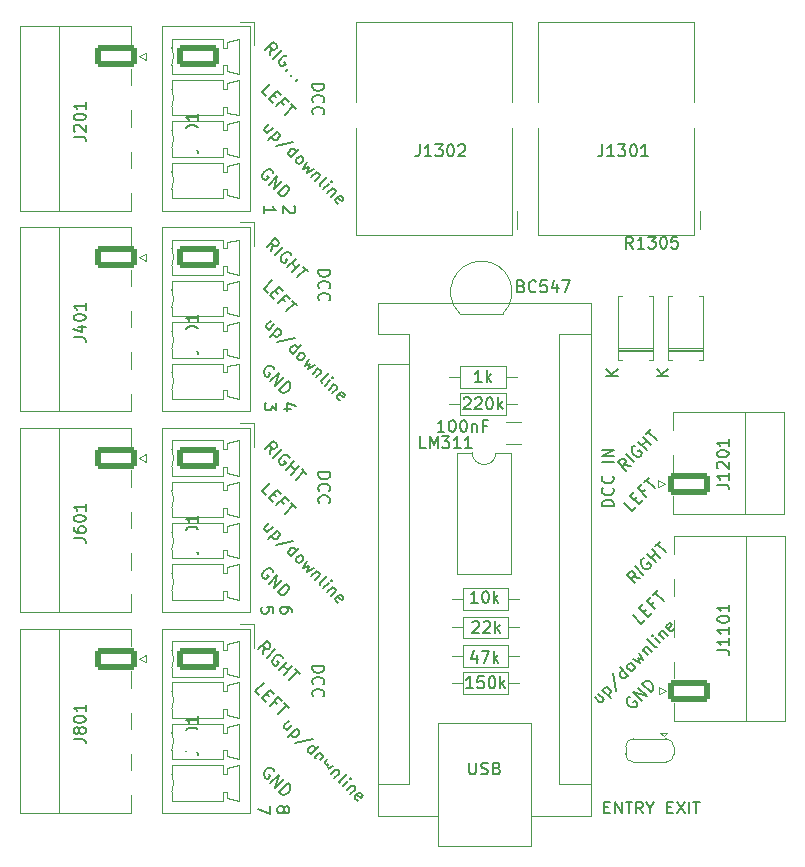
<source format=gbr>
%TF.GenerationSoftware,KiCad,Pcbnew,8.0.2*%
%TF.CreationDate,2024-09-21T14:57:53+02:00*%
%TF.ProjectId,FY_entry,46595f65-6e74-4727-992e-6b696361645f,rev?*%
%TF.SameCoordinates,Original*%
%TF.FileFunction,Legend,Top*%
%TF.FilePolarity,Positive*%
%FSLAX46Y46*%
G04 Gerber Fmt 4.6, Leading zero omitted, Abs format (unit mm)*
G04 Created by KiCad (PCBNEW 8.0.2) date 2024-09-21 14:57:53*
%MOMM*%
%LPD*%
G01*
G04 APERTURE LIST*
G04 Aperture macros list*
%AMRoundRect*
0 Rectangle with rounded corners*
0 $1 Rounding radius*
0 $2 $3 $4 $5 $6 $7 $8 $9 X,Y pos of 4 corners*
0 Add a 4 corners polygon primitive as box body*
4,1,4,$2,$3,$4,$5,$6,$7,$8,$9,$2,$3,0*
0 Add four circle primitives for the rounded corners*
1,1,$1+$1,$2,$3*
1,1,$1+$1,$4,$5*
1,1,$1+$1,$6,$7*
1,1,$1+$1,$8,$9*
0 Add four rect primitives between the rounded corners*
20,1,$1+$1,$2,$3,$4,$5,0*
20,1,$1+$1,$4,$5,$6,$7,0*
20,1,$1+$1,$6,$7,$8,$9,0*
20,1,$1+$1,$8,$9,$2,$3,0*%
%AMFreePoly0*
4,1,19,0.550000,-0.750000,0.000000,-0.750000,0.000000,-0.744911,-0.071157,-0.744911,-0.207708,-0.704816,-0.327430,-0.627875,-0.420627,-0.520320,-0.479746,-0.390866,-0.500000,-0.250000,-0.500000,0.250000,-0.479746,0.390866,-0.420627,0.520320,-0.327430,0.627875,-0.207708,0.704816,-0.071157,0.744911,0.000000,0.744911,0.000000,0.750000,0.550000,0.750000,0.550000,-0.750000,0.550000,-0.750000,
$1*%
%AMFreePoly1*
4,1,19,0.000000,0.744911,0.071157,0.744911,0.207708,0.704816,0.327430,0.627875,0.420627,0.520320,0.479746,0.390866,0.500000,0.250000,0.500000,-0.250000,0.479746,-0.390866,0.420627,-0.520320,0.327430,-0.627875,0.207708,-0.704816,0.071157,-0.744911,0.000000,-0.744911,0.000000,-0.750000,-0.550000,-0.750000,-0.550000,0.750000,0.000000,0.750000,0.000000,0.744911,0.000000,0.744911,
$1*%
G04 Aperture macros list end*
%ADD10C,0.150000*%
%ADD11C,0.120000*%
%ADD12C,0.100000*%
%ADD13FreePoly0,180.000000*%
%ADD14R,1.000000X1.500000*%
%ADD15FreePoly1,180.000000*%
%ADD16C,3.200000*%
%ADD17RoundRect,0.250000X-1.550000X0.650000X-1.550000X-0.650000X1.550000X-0.650000X1.550000X0.650000X0*%
%ADD18O,3.600000X1.800000*%
%ADD19R,2.400000X1.600000*%
%ADD20O,2.400000X1.600000*%
%ADD21C,1.400000*%
%ADD22O,1.400000X1.400000*%
%ADD23R,1.050000X1.500000*%
%ADD24O,1.050000X1.500000*%
%ADD25C,1.520000*%
%ADD26R,1.520000X1.520000*%
%ADD27C,3.250000*%
%ADD28RoundRect,0.250000X1.550000X-0.650000X1.550000X0.650000X-1.550000X0.650000X-1.550000X-0.650000X0*%
%ADD29R,1.800000X1.800000*%
%ADD30O,1.800000X1.800000*%
%ADD31C,1.600000*%
%ADD32O,1.600000X1.600000*%
%ADD33R,1.600000X1.600000*%
G04 APERTURE END LIST*
D10*
X48644180Y-96602779D02*
X49644180Y-96602779D01*
X49644180Y-96602779D02*
X49644180Y-96840874D01*
X49644180Y-96840874D02*
X49596561Y-96983731D01*
X49596561Y-96983731D02*
X49501323Y-97078969D01*
X49501323Y-97078969D02*
X49406085Y-97126588D01*
X49406085Y-97126588D02*
X49215609Y-97174207D01*
X49215609Y-97174207D02*
X49072752Y-97174207D01*
X49072752Y-97174207D02*
X48882276Y-97126588D01*
X48882276Y-97126588D02*
X48787038Y-97078969D01*
X48787038Y-97078969D02*
X48691800Y-96983731D01*
X48691800Y-96983731D02*
X48644180Y-96840874D01*
X48644180Y-96840874D02*
X48644180Y-96602779D01*
X48739419Y-98174207D02*
X48691800Y-98126588D01*
X48691800Y-98126588D02*
X48644180Y-97983731D01*
X48644180Y-97983731D02*
X48644180Y-97888493D01*
X48644180Y-97888493D02*
X48691800Y-97745636D01*
X48691800Y-97745636D02*
X48787038Y-97650398D01*
X48787038Y-97650398D02*
X48882276Y-97602779D01*
X48882276Y-97602779D02*
X49072752Y-97555160D01*
X49072752Y-97555160D02*
X49215609Y-97555160D01*
X49215609Y-97555160D02*
X49406085Y-97602779D01*
X49406085Y-97602779D02*
X49501323Y-97650398D01*
X49501323Y-97650398D02*
X49596561Y-97745636D01*
X49596561Y-97745636D02*
X49644180Y-97888493D01*
X49644180Y-97888493D02*
X49644180Y-97983731D01*
X49644180Y-97983731D02*
X49596561Y-98126588D01*
X49596561Y-98126588D02*
X49548942Y-98174207D01*
X48739419Y-99174207D02*
X48691800Y-99126588D01*
X48691800Y-99126588D02*
X48644180Y-98983731D01*
X48644180Y-98983731D02*
X48644180Y-98888493D01*
X48644180Y-98888493D02*
X48691800Y-98745636D01*
X48691800Y-98745636D02*
X48787038Y-98650398D01*
X48787038Y-98650398D02*
X48882276Y-98602779D01*
X48882276Y-98602779D02*
X49072752Y-98555160D01*
X49072752Y-98555160D02*
X49215609Y-98555160D01*
X49215609Y-98555160D02*
X49406085Y-98602779D01*
X49406085Y-98602779D02*
X49501323Y-98650398D01*
X49501323Y-98650398D02*
X49596561Y-98745636D01*
X49596561Y-98745636D02*
X49644180Y-98888493D01*
X49644180Y-98888493D02*
X49644180Y-98983731D01*
X49644180Y-98983731D02*
X49596561Y-99126588D01*
X49596561Y-99126588D02*
X49548942Y-99174207D01*
X49152180Y-80219779D02*
X50152180Y-80219779D01*
X50152180Y-80219779D02*
X50152180Y-80457874D01*
X50152180Y-80457874D02*
X50104561Y-80600731D01*
X50104561Y-80600731D02*
X50009323Y-80695969D01*
X50009323Y-80695969D02*
X49914085Y-80743588D01*
X49914085Y-80743588D02*
X49723609Y-80791207D01*
X49723609Y-80791207D02*
X49580752Y-80791207D01*
X49580752Y-80791207D02*
X49390276Y-80743588D01*
X49390276Y-80743588D02*
X49295038Y-80695969D01*
X49295038Y-80695969D02*
X49199800Y-80600731D01*
X49199800Y-80600731D02*
X49152180Y-80457874D01*
X49152180Y-80457874D02*
X49152180Y-80219779D01*
X49247419Y-81791207D02*
X49199800Y-81743588D01*
X49199800Y-81743588D02*
X49152180Y-81600731D01*
X49152180Y-81600731D02*
X49152180Y-81505493D01*
X49152180Y-81505493D02*
X49199800Y-81362636D01*
X49199800Y-81362636D02*
X49295038Y-81267398D01*
X49295038Y-81267398D02*
X49390276Y-81219779D01*
X49390276Y-81219779D02*
X49580752Y-81172160D01*
X49580752Y-81172160D02*
X49723609Y-81172160D01*
X49723609Y-81172160D02*
X49914085Y-81219779D01*
X49914085Y-81219779D02*
X50009323Y-81267398D01*
X50009323Y-81267398D02*
X50104561Y-81362636D01*
X50104561Y-81362636D02*
X50152180Y-81505493D01*
X50152180Y-81505493D02*
X50152180Y-81600731D01*
X50152180Y-81600731D02*
X50104561Y-81743588D01*
X50104561Y-81743588D02*
X50056942Y-81791207D01*
X49247419Y-82791207D02*
X49199800Y-82743588D01*
X49199800Y-82743588D02*
X49152180Y-82600731D01*
X49152180Y-82600731D02*
X49152180Y-82505493D01*
X49152180Y-82505493D02*
X49199800Y-82362636D01*
X49199800Y-82362636D02*
X49295038Y-82267398D01*
X49295038Y-82267398D02*
X49390276Y-82219779D01*
X49390276Y-82219779D02*
X49580752Y-82172160D01*
X49580752Y-82172160D02*
X49723609Y-82172160D01*
X49723609Y-82172160D02*
X49914085Y-82219779D01*
X49914085Y-82219779D02*
X50009323Y-82267398D01*
X50009323Y-82267398D02*
X50104561Y-82362636D01*
X50104561Y-82362636D02*
X50152180Y-82505493D01*
X50152180Y-82505493D02*
X50152180Y-82600731D01*
X50152180Y-82600731D02*
X50104561Y-82743588D01*
X50104561Y-82743588D02*
X50056942Y-82791207D01*
X48644180Y-47326779D02*
X49644180Y-47326779D01*
X49644180Y-47326779D02*
X49644180Y-47564874D01*
X49644180Y-47564874D02*
X49596561Y-47707731D01*
X49596561Y-47707731D02*
X49501323Y-47802969D01*
X49501323Y-47802969D02*
X49406085Y-47850588D01*
X49406085Y-47850588D02*
X49215609Y-47898207D01*
X49215609Y-47898207D02*
X49072752Y-47898207D01*
X49072752Y-47898207D02*
X48882276Y-47850588D01*
X48882276Y-47850588D02*
X48787038Y-47802969D01*
X48787038Y-47802969D02*
X48691800Y-47707731D01*
X48691800Y-47707731D02*
X48644180Y-47564874D01*
X48644180Y-47564874D02*
X48644180Y-47326779D01*
X48739419Y-48898207D02*
X48691800Y-48850588D01*
X48691800Y-48850588D02*
X48644180Y-48707731D01*
X48644180Y-48707731D02*
X48644180Y-48612493D01*
X48644180Y-48612493D02*
X48691800Y-48469636D01*
X48691800Y-48469636D02*
X48787038Y-48374398D01*
X48787038Y-48374398D02*
X48882276Y-48326779D01*
X48882276Y-48326779D02*
X49072752Y-48279160D01*
X49072752Y-48279160D02*
X49215609Y-48279160D01*
X49215609Y-48279160D02*
X49406085Y-48326779D01*
X49406085Y-48326779D02*
X49501323Y-48374398D01*
X49501323Y-48374398D02*
X49596561Y-48469636D01*
X49596561Y-48469636D02*
X49644180Y-48612493D01*
X49644180Y-48612493D02*
X49644180Y-48707731D01*
X49644180Y-48707731D02*
X49596561Y-48850588D01*
X49596561Y-48850588D02*
X49548942Y-48898207D01*
X48739419Y-49898207D02*
X48691800Y-49850588D01*
X48691800Y-49850588D02*
X48644180Y-49707731D01*
X48644180Y-49707731D02*
X48644180Y-49612493D01*
X48644180Y-49612493D02*
X48691800Y-49469636D01*
X48691800Y-49469636D02*
X48787038Y-49374398D01*
X48787038Y-49374398D02*
X48882276Y-49326779D01*
X48882276Y-49326779D02*
X49072752Y-49279160D01*
X49072752Y-49279160D02*
X49215609Y-49279160D01*
X49215609Y-49279160D02*
X49406085Y-49326779D01*
X49406085Y-49326779D02*
X49501323Y-49374398D01*
X49501323Y-49374398D02*
X49596561Y-49469636D01*
X49596561Y-49469636D02*
X49644180Y-49612493D01*
X49644180Y-49612493D02*
X49644180Y-49707731D01*
X49644180Y-49707731D02*
X49596561Y-49850588D01*
X49596561Y-49850588D02*
X49548942Y-49898207D01*
X49152180Y-63074779D02*
X50152180Y-63074779D01*
X50152180Y-63074779D02*
X50152180Y-63312874D01*
X50152180Y-63312874D02*
X50104561Y-63455731D01*
X50104561Y-63455731D02*
X50009323Y-63550969D01*
X50009323Y-63550969D02*
X49914085Y-63598588D01*
X49914085Y-63598588D02*
X49723609Y-63646207D01*
X49723609Y-63646207D02*
X49580752Y-63646207D01*
X49580752Y-63646207D02*
X49390276Y-63598588D01*
X49390276Y-63598588D02*
X49295038Y-63550969D01*
X49295038Y-63550969D02*
X49199800Y-63455731D01*
X49199800Y-63455731D02*
X49152180Y-63312874D01*
X49152180Y-63312874D02*
X49152180Y-63074779D01*
X49247419Y-64646207D02*
X49199800Y-64598588D01*
X49199800Y-64598588D02*
X49152180Y-64455731D01*
X49152180Y-64455731D02*
X49152180Y-64360493D01*
X49152180Y-64360493D02*
X49199800Y-64217636D01*
X49199800Y-64217636D02*
X49295038Y-64122398D01*
X49295038Y-64122398D02*
X49390276Y-64074779D01*
X49390276Y-64074779D02*
X49580752Y-64027160D01*
X49580752Y-64027160D02*
X49723609Y-64027160D01*
X49723609Y-64027160D02*
X49914085Y-64074779D01*
X49914085Y-64074779D02*
X50009323Y-64122398D01*
X50009323Y-64122398D02*
X50104561Y-64217636D01*
X50104561Y-64217636D02*
X50152180Y-64360493D01*
X50152180Y-64360493D02*
X50152180Y-64455731D01*
X50152180Y-64455731D02*
X50104561Y-64598588D01*
X50104561Y-64598588D02*
X50056942Y-64646207D01*
X49247419Y-65646207D02*
X49199800Y-65598588D01*
X49199800Y-65598588D02*
X49152180Y-65455731D01*
X49152180Y-65455731D02*
X49152180Y-65360493D01*
X49152180Y-65360493D02*
X49199800Y-65217636D01*
X49199800Y-65217636D02*
X49295038Y-65122398D01*
X49295038Y-65122398D02*
X49390276Y-65074779D01*
X49390276Y-65074779D02*
X49580752Y-65027160D01*
X49580752Y-65027160D02*
X49723609Y-65027160D01*
X49723609Y-65027160D02*
X49914085Y-65074779D01*
X49914085Y-65074779D02*
X50009323Y-65122398D01*
X50009323Y-65122398D02*
X50104561Y-65217636D01*
X50104561Y-65217636D02*
X50152180Y-65360493D01*
X50152180Y-65360493D02*
X50152180Y-65455731D01*
X50152180Y-65455731D02*
X50104561Y-65598588D01*
X50104561Y-65598588D02*
X50056942Y-65646207D01*
X75535041Y-99209984D02*
X75434026Y-99243656D01*
X75434026Y-99243656D02*
X75333010Y-99344671D01*
X75333010Y-99344671D02*
X75265667Y-99479358D01*
X75265667Y-99479358D02*
X75265667Y-99614046D01*
X75265667Y-99614046D02*
X75299339Y-99715061D01*
X75299339Y-99715061D02*
X75400354Y-99883420D01*
X75400354Y-99883420D02*
X75501369Y-99984435D01*
X75501369Y-99984435D02*
X75669728Y-100085450D01*
X75669728Y-100085450D02*
X75770743Y-100119122D01*
X75770743Y-100119122D02*
X75905430Y-100119122D01*
X75905430Y-100119122D02*
X76040117Y-100051778D01*
X76040117Y-100051778D02*
X76107461Y-99984435D01*
X76107461Y-99984435D02*
X76174804Y-99849748D01*
X76174804Y-99849748D02*
X76174804Y-99782404D01*
X76174804Y-99782404D02*
X75939102Y-99546702D01*
X75939102Y-99546702D02*
X75804415Y-99681389D01*
X76545193Y-99546702D02*
X75838087Y-98839595D01*
X75838087Y-98839595D02*
X76949254Y-99142641D01*
X76949254Y-99142641D02*
X76242148Y-98435534D01*
X77285972Y-98805924D02*
X76578865Y-98098817D01*
X76578865Y-98098817D02*
X76747224Y-97930458D01*
X76747224Y-97930458D02*
X76881911Y-97863114D01*
X76881911Y-97863114D02*
X77016598Y-97863114D01*
X77016598Y-97863114D02*
X77117613Y-97896786D01*
X77117613Y-97896786D02*
X77285972Y-97997801D01*
X77285972Y-97997801D02*
X77386987Y-98098817D01*
X77386987Y-98098817D02*
X77488002Y-98267175D01*
X77488002Y-98267175D02*
X77521674Y-98368191D01*
X77521674Y-98368191D02*
X77521674Y-98502878D01*
X77521674Y-98502878D02*
X77454331Y-98637565D01*
X77454331Y-98637565D02*
X77285972Y-98805924D01*
X72875728Y-98971358D02*
X73347132Y-99442763D01*
X72572682Y-99274404D02*
X72943071Y-99644794D01*
X72943071Y-99644794D02*
X73044087Y-99678465D01*
X73044087Y-99678465D02*
X73145102Y-99644794D01*
X73145102Y-99644794D02*
X73246117Y-99543778D01*
X73246117Y-99543778D02*
X73279789Y-99442763D01*
X73279789Y-99442763D02*
X73279789Y-99375420D01*
X73212445Y-98634641D02*
X73919552Y-99341748D01*
X73246117Y-98668313D02*
X73279789Y-98567297D01*
X73279789Y-98567297D02*
X73414476Y-98432610D01*
X73414476Y-98432610D02*
X73515491Y-98398939D01*
X73515491Y-98398939D02*
X73582835Y-98398939D01*
X73582835Y-98398939D02*
X73683850Y-98432610D01*
X73683850Y-98432610D02*
X73885880Y-98634641D01*
X73885880Y-98634641D02*
X73919552Y-98735656D01*
X73919552Y-98735656D02*
X73919552Y-98803000D01*
X73919552Y-98803000D02*
X73885880Y-98904015D01*
X73885880Y-98904015D02*
X73751193Y-99038702D01*
X73751193Y-99038702D02*
X73650178Y-99072374D01*
X74087911Y-97220427D02*
X74390957Y-98735656D01*
X75367438Y-97422458D02*
X74660331Y-96715351D01*
X75333766Y-97388786D02*
X75300094Y-97489801D01*
X75300094Y-97489801D02*
X75165407Y-97624488D01*
X75165407Y-97624488D02*
X75064392Y-97658160D01*
X75064392Y-97658160D02*
X74997048Y-97658160D01*
X74997048Y-97658160D02*
X74896033Y-97624488D01*
X74896033Y-97624488D02*
X74694002Y-97422458D01*
X74694002Y-97422458D02*
X74660331Y-97321443D01*
X74660331Y-97321443D02*
X74660331Y-97254099D01*
X74660331Y-97254099D02*
X74694002Y-97153084D01*
X74694002Y-97153084D02*
X74828689Y-97018397D01*
X74828689Y-97018397D02*
X74929705Y-96984725D01*
X75805170Y-96984725D02*
X75704155Y-97018397D01*
X75704155Y-97018397D02*
X75636812Y-97018397D01*
X75636812Y-97018397D02*
X75535796Y-96984725D01*
X75535796Y-96984725D02*
X75333766Y-96782694D01*
X75333766Y-96782694D02*
X75300094Y-96681679D01*
X75300094Y-96681679D02*
X75300094Y-96614336D01*
X75300094Y-96614336D02*
X75333766Y-96513320D01*
X75333766Y-96513320D02*
X75434781Y-96412305D01*
X75434781Y-96412305D02*
X75535796Y-96378633D01*
X75535796Y-96378633D02*
X75603140Y-96378633D01*
X75603140Y-96378633D02*
X75704155Y-96412305D01*
X75704155Y-96412305D02*
X75906186Y-96614336D01*
X75906186Y-96614336D02*
X75939857Y-96715351D01*
X75939857Y-96715351D02*
X75939857Y-96782694D01*
X75939857Y-96782694D02*
X75906186Y-96883710D01*
X75906186Y-96883710D02*
X75805170Y-96984725D01*
X75805170Y-96041916D02*
X76411262Y-96378633D01*
X76411262Y-96378633D02*
X76209231Y-95907229D01*
X76209231Y-95907229D02*
X76680636Y-96109259D01*
X76680636Y-96109259D02*
X76343918Y-95503168D01*
X76613292Y-95233794D02*
X77084697Y-95705198D01*
X76680636Y-95301137D02*
X76680636Y-95233794D01*
X76680636Y-95233794D02*
X76714308Y-95132779D01*
X76714308Y-95132779D02*
X76815323Y-95031763D01*
X76815323Y-95031763D02*
X76916338Y-94998092D01*
X76916338Y-94998092D02*
X77017353Y-95031763D01*
X77017353Y-95031763D02*
X77387743Y-95402153D01*
X77825476Y-94964420D02*
X77724460Y-94998092D01*
X77724460Y-94998092D02*
X77623445Y-94964420D01*
X77623445Y-94964420D02*
X77017353Y-94358328D01*
X78094850Y-94695045D02*
X77623445Y-94223641D01*
X77387743Y-93987939D02*
X77387743Y-94055282D01*
X77387743Y-94055282D02*
X77455087Y-94055282D01*
X77455087Y-94055282D02*
X77455087Y-93987939D01*
X77455087Y-93987939D02*
X77387743Y-93987939D01*
X77387743Y-93987939D02*
X77455087Y-94055282D01*
X77960163Y-93886924D02*
X78431567Y-94358328D01*
X78027506Y-93954267D02*
X78027506Y-93886924D01*
X78027506Y-93886924D02*
X78061178Y-93785909D01*
X78061178Y-93785909D02*
X78162193Y-93684893D01*
X78162193Y-93684893D02*
X78263208Y-93651221D01*
X78263208Y-93651221D02*
X78364224Y-93684893D01*
X78364224Y-93684893D02*
X78734613Y-94055283D01*
X79307033Y-93415519D02*
X79273361Y-93516534D01*
X79273361Y-93516534D02*
X79138674Y-93651221D01*
X79138674Y-93651221D02*
X79037659Y-93684893D01*
X79037659Y-93684893D02*
X78936643Y-93651221D01*
X78936643Y-93651221D02*
X78667269Y-93381847D01*
X78667269Y-93381847D02*
X78633598Y-93280832D01*
X78633598Y-93280832D02*
X78667269Y-93179817D01*
X78667269Y-93179817D02*
X78801956Y-93045130D01*
X78801956Y-93045130D02*
X78902972Y-93011458D01*
X78902972Y-93011458D02*
X79003987Y-93045130D01*
X79003987Y-93045130D02*
X79071330Y-93112473D01*
X79071330Y-93112473D02*
X78801956Y-93516534D01*
X74164819Y-83102220D02*
X73164819Y-83102220D01*
X73164819Y-83102220D02*
X73164819Y-82864125D01*
X73164819Y-82864125D02*
X73212438Y-82721268D01*
X73212438Y-82721268D02*
X73307676Y-82626030D01*
X73307676Y-82626030D02*
X73402914Y-82578411D01*
X73402914Y-82578411D02*
X73593390Y-82530792D01*
X73593390Y-82530792D02*
X73736247Y-82530792D01*
X73736247Y-82530792D02*
X73926723Y-82578411D01*
X73926723Y-82578411D02*
X74021961Y-82626030D01*
X74021961Y-82626030D02*
X74117200Y-82721268D01*
X74117200Y-82721268D02*
X74164819Y-82864125D01*
X74164819Y-82864125D02*
X74164819Y-83102220D01*
X74069580Y-81530792D02*
X74117200Y-81578411D01*
X74117200Y-81578411D02*
X74164819Y-81721268D01*
X74164819Y-81721268D02*
X74164819Y-81816506D01*
X74164819Y-81816506D02*
X74117200Y-81959363D01*
X74117200Y-81959363D02*
X74021961Y-82054601D01*
X74021961Y-82054601D02*
X73926723Y-82102220D01*
X73926723Y-82102220D02*
X73736247Y-82149839D01*
X73736247Y-82149839D02*
X73593390Y-82149839D01*
X73593390Y-82149839D02*
X73402914Y-82102220D01*
X73402914Y-82102220D02*
X73307676Y-82054601D01*
X73307676Y-82054601D02*
X73212438Y-81959363D01*
X73212438Y-81959363D02*
X73164819Y-81816506D01*
X73164819Y-81816506D02*
X73164819Y-81721268D01*
X73164819Y-81721268D02*
X73212438Y-81578411D01*
X73212438Y-81578411D02*
X73260057Y-81530792D01*
X74069580Y-80530792D02*
X74117200Y-80578411D01*
X74117200Y-80578411D02*
X74164819Y-80721268D01*
X74164819Y-80721268D02*
X74164819Y-80816506D01*
X74164819Y-80816506D02*
X74117200Y-80959363D01*
X74117200Y-80959363D02*
X74021961Y-81054601D01*
X74021961Y-81054601D02*
X73926723Y-81102220D01*
X73926723Y-81102220D02*
X73736247Y-81149839D01*
X73736247Y-81149839D02*
X73593390Y-81149839D01*
X73593390Y-81149839D02*
X73402914Y-81102220D01*
X73402914Y-81102220D02*
X73307676Y-81054601D01*
X73307676Y-81054601D02*
X73212438Y-80959363D01*
X73212438Y-80959363D02*
X73164819Y-80816506D01*
X73164819Y-80816506D02*
X73164819Y-80721268D01*
X73164819Y-80721268D02*
X73212438Y-80578411D01*
X73212438Y-80578411D02*
X73260057Y-80530792D01*
X74164819Y-79340315D02*
X73164819Y-79340315D01*
X74164819Y-78864125D02*
X73164819Y-78864125D01*
X73164819Y-78864125D02*
X74164819Y-78292697D01*
X74164819Y-78292697D02*
X73164819Y-78292697D01*
X76047804Y-83153091D02*
X75711087Y-83489809D01*
X75711087Y-83489809D02*
X75003980Y-82782702D01*
X75913117Y-82547000D02*
X76148819Y-82311297D01*
X76620224Y-82580671D02*
X76283506Y-82917389D01*
X76283506Y-82917389D02*
X75576400Y-82210282D01*
X75576400Y-82210282D02*
X75913117Y-81873565D01*
X76788583Y-81671534D02*
X76552881Y-81907236D01*
X76923270Y-82277626D02*
X76216163Y-81570519D01*
X76216163Y-81570519D02*
X76552881Y-81233801D01*
X76721239Y-81065442D02*
X77125300Y-80661381D01*
X77630377Y-81570519D02*
X76923270Y-80863412D01*
X75607148Y-79656748D02*
X75034728Y-79555733D01*
X75203087Y-80060809D02*
X74495980Y-79353702D01*
X74495980Y-79353702D02*
X74765354Y-79084328D01*
X74765354Y-79084328D02*
X74866369Y-79050656D01*
X74866369Y-79050656D02*
X74933713Y-79050656D01*
X74933713Y-79050656D02*
X75034728Y-79084328D01*
X75034728Y-79084328D02*
X75135743Y-79185343D01*
X75135743Y-79185343D02*
X75169415Y-79286358D01*
X75169415Y-79286358D02*
X75169415Y-79353702D01*
X75169415Y-79353702D02*
X75135743Y-79454717D01*
X75135743Y-79454717D02*
X74866369Y-79724091D01*
X75910193Y-79353702D02*
X75203087Y-78646595D01*
X75943865Y-77973161D02*
X75842849Y-78006832D01*
X75842849Y-78006832D02*
X75741834Y-78107848D01*
X75741834Y-78107848D02*
X75674491Y-78242535D01*
X75674491Y-78242535D02*
X75674491Y-78377222D01*
X75674491Y-78377222D02*
X75708162Y-78478237D01*
X75708162Y-78478237D02*
X75809178Y-78646596D01*
X75809178Y-78646596D02*
X75910193Y-78747611D01*
X75910193Y-78747611D02*
X76078552Y-78848626D01*
X76078552Y-78848626D02*
X76179567Y-78882298D01*
X76179567Y-78882298D02*
X76314254Y-78882298D01*
X76314254Y-78882298D02*
X76448941Y-78814954D01*
X76448941Y-78814954D02*
X76516285Y-78747611D01*
X76516285Y-78747611D02*
X76583628Y-78612924D01*
X76583628Y-78612924D02*
X76583628Y-78545580D01*
X76583628Y-78545580D02*
X76347926Y-78309878D01*
X76347926Y-78309878D02*
X76213239Y-78444565D01*
X76954017Y-78309878D02*
X76246911Y-77602771D01*
X76583628Y-77939489D02*
X76987689Y-77535428D01*
X77358078Y-77905817D02*
X76650972Y-77198710D01*
X76886674Y-76963008D02*
X77290735Y-76558947D01*
X77795811Y-77468084D02*
X77088704Y-76760978D01*
X76369148Y-89181748D02*
X75796728Y-89080733D01*
X75965087Y-89585809D02*
X75257980Y-88878702D01*
X75257980Y-88878702D02*
X75527354Y-88609328D01*
X75527354Y-88609328D02*
X75628369Y-88575656D01*
X75628369Y-88575656D02*
X75695713Y-88575656D01*
X75695713Y-88575656D02*
X75796728Y-88609328D01*
X75796728Y-88609328D02*
X75897743Y-88710343D01*
X75897743Y-88710343D02*
X75931415Y-88811358D01*
X75931415Y-88811358D02*
X75931415Y-88878702D01*
X75931415Y-88878702D02*
X75897743Y-88979717D01*
X75897743Y-88979717D02*
X75628369Y-89249091D01*
X76672193Y-88878702D02*
X75965087Y-88171595D01*
X76705865Y-87498161D02*
X76604849Y-87531832D01*
X76604849Y-87531832D02*
X76503834Y-87632848D01*
X76503834Y-87632848D02*
X76436491Y-87767535D01*
X76436491Y-87767535D02*
X76436491Y-87902222D01*
X76436491Y-87902222D02*
X76470162Y-88003237D01*
X76470162Y-88003237D02*
X76571178Y-88171596D01*
X76571178Y-88171596D02*
X76672193Y-88272611D01*
X76672193Y-88272611D02*
X76840552Y-88373626D01*
X76840552Y-88373626D02*
X76941567Y-88407298D01*
X76941567Y-88407298D02*
X77076254Y-88407298D01*
X77076254Y-88407298D02*
X77210941Y-88339954D01*
X77210941Y-88339954D02*
X77278285Y-88272611D01*
X77278285Y-88272611D02*
X77345628Y-88137924D01*
X77345628Y-88137924D02*
X77345628Y-88070580D01*
X77345628Y-88070580D02*
X77109926Y-87834878D01*
X77109926Y-87834878D02*
X76975239Y-87969565D01*
X77716017Y-87834878D02*
X77008911Y-87127771D01*
X77345628Y-87464489D02*
X77749689Y-87060428D01*
X78120078Y-87430817D02*
X77412972Y-86723710D01*
X77648674Y-86488008D02*
X78052735Y-86083947D01*
X78557811Y-86993084D02*
X77850704Y-86285978D01*
X76809804Y-92678091D02*
X76473087Y-93014809D01*
X76473087Y-93014809D02*
X75765980Y-92307702D01*
X76675117Y-92072000D02*
X76910819Y-91836297D01*
X77382224Y-92105671D02*
X77045506Y-92442389D01*
X77045506Y-92442389D02*
X76338400Y-91735282D01*
X76338400Y-91735282D02*
X76675117Y-91398565D01*
X77550583Y-91196534D02*
X77314881Y-91432236D01*
X77685270Y-91802626D02*
X76978163Y-91095519D01*
X76978163Y-91095519D02*
X77314881Y-90758801D01*
X77483239Y-90590442D02*
X77887300Y-90186381D01*
X78392377Y-91095519D02*
X77685270Y-90388412D01*
X73361779Y-108566009D02*
X73695112Y-108566009D01*
X73837969Y-109089819D02*
X73361779Y-109089819D01*
X73361779Y-109089819D02*
X73361779Y-108089819D01*
X73361779Y-108089819D02*
X73837969Y-108089819D01*
X74266541Y-109089819D02*
X74266541Y-108089819D01*
X74266541Y-108089819D02*
X74837969Y-109089819D01*
X74837969Y-109089819D02*
X74837969Y-108089819D01*
X75171303Y-108089819D02*
X75742731Y-108089819D01*
X75457017Y-109089819D02*
X75457017Y-108089819D01*
X76647493Y-109089819D02*
X76314160Y-108613628D01*
X76076065Y-109089819D02*
X76076065Y-108089819D01*
X76076065Y-108089819D02*
X76457017Y-108089819D01*
X76457017Y-108089819D02*
X76552255Y-108137438D01*
X76552255Y-108137438D02*
X76599874Y-108185057D01*
X76599874Y-108185057D02*
X76647493Y-108280295D01*
X76647493Y-108280295D02*
X76647493Y-108423152D01*
X76647493Y-108423152D02*
X76599874Y-108518390D01*
X76599874Y-108518390D02*
X76552255Y-108566009D01*
X76552255Y-108566009D02*
X76457017Y-108613628D01*
X76457017Y-108613628D02*
X76076065Y-108613628D01*
X77266541Y-108613628D02*
X77266541Y-109089819D01*
X76933208Y-108089819D02*
X77266541Y-108613628D01*
X77266541Y-108613628D02*
X77599874Y-108089819D01*
X78695113Y-108566009D02*
X79028446Y-108566009D01*
X79171303Y-109089819D02*
X78695113Y-109089819D01*
X78695113Y-109089819D02*
X78695113Y-108089819D01*
X78695113Y-108089819D02*
X79171303Y-108089819D01*
X79504637Y-108089819D02*
X80171303Y-109089819D01*
X80171303Y-108089819D02*
X79504637Y-109089819D01*
X80552256Y-109089819D02*
X80552256Y-108089819D01*
X80885589Y-108089819D02*
X81457017Y-108089819D01*
X81171303Y-109089819D02*
X81171303Y-108089819D01*
X46253553Y-108683636D02*
X46301172Y-108588398D01*
X46301172Y-108588398D02*
X46348791Y-108540779D01*
X46348791Y-108540779D02*
X46444029Y-108493160D01*
X46444029Y-108493160D02*
X46491648Y-108493160D01*
X46491648Y-108493160D02*
X46586886Y-108540779D01*
X46586886Y-108540779D02*
X46634505Y-108588398D01*
X46634505Y-108588398D02*
X46682124Y-108683636D01*
X46682124Y-108683636D02*
X46682124Y-108874112D01*
X46682124Y-108874112D02*
X46634505Y-108969350D01*
X46634505Y-108969350D02*
X46586886Y-109016969D01*
X46586886Y-109016969D02*
X46491648Y-109064588D01*
X46491648Y-109064588D02*
X46444029Y-109064588D01*
X46444029Y-109064588D02*
X46348791Y-109016969D01*
X46348791Y-109016969D02*
X46301172Y-108969350D01*
X46301172Y-108969350D02*
X46253553Y-108874112D01*
X46253553Y-108874112D02*
X46253553Y-108683636D01*
X46253553Y-108683636D02*
X46205934Y-108588398D01*
X46205934Y-108588398D02*
X46158315Y-108540779D01*
X46158315Y-108540779D02*
X46063077Y-108493160D01*
X46063077Y-108493160D02*
X45872601Y-108493160D01*
X45872601Y-108493160D02*
X45777363Y-108540779D01*
X45777363Y-108540779D02*
X45729744Y-108588398D01*
X45729744Y-108588398D02*
X45682124Y-108683636D01*
X45682124Y-108683636D02*
X45682124Y-108874112D01*
X45682124Y-108874112D02*
X45729744Y-108969350D01*
X45729744Y-108969350D02*
X45777363Y-109016969D01*
X45777363Y-109016969D02*
X45872601Y-109064588D01*
X45872601Y-109064588D02*
X46063077Y-109064588D01*
X46063077Y-109064588D02*
X46158315Y-109016969D01*
X46158315Y-109016969D02*
X46205934Y-108969350D01*
X46205934Y-108969350D02*
X46253553Y-108874112D01*
X45072180Y-108445541D02*
X45072180Y-109112207D01*
X45072180Y-109112207D02*
X44072180Y-108683636D01*
X46936124Y-92078350D02*
X46936124Y-91887874D01*
X46936124Y-91887874D02*
X46888505Y-91792636D01*
X46888505Y-91792636D02*
X46840886Y-91745017D01*
X46840886Y-91745017D02*
X46698029Y-91649779D01*
X46698029Y-91649779D02*
X46507553Y-91602160D01*
X46507553Y-91602160D02*
X46126601Y-91602160D01*
X46126601Y-91602160D02*
X46031363Y-91649779D01*
X46031363Y-91649779D02*
X45983744Y-91697398D01*
X45983744Y-91697398D02*
X45936124Y-91792636D01*
X45936124Y-91792636D02*
X45936124Y-91983112D01*
X45936124Y-91983112D02*
X45983744Y-92078350D01*
X45983744Y-92078350D02*
X46031363Y-92125969D01*
X46031363Y-92125969D02*
X46126601Y-92173588D01*
X46126601Y-92173588D02*
X46364696Y-92173588D01*
X46364696Y-92173588D02*
X46459934Y-92125969D01*
X46459934Y-92125969D02*
X46507553Y-92078350D01*
X46507553Y-92078350D02*
X46555172Y-91983112D01*
X46555172Y-91983112D02*
X46555172Y-91792636D01*
X46555172Y-91792636D02*
X46507553Y-91697398D01*
X46507553Y-91697398D02*
X46459934Y-91649779D01*
X46459934Y-91649779D02*
X46364696Y-91602160D01*
X45326180Y-92125969D02*
X45326180Y-91649779D01*
X45326180Y-91649779D02*
X44849990Y-91602160D01*
X44849990Y-91602160D02*
X44897609Y-91649779D01*
X44897609Y-91649779D02*
X44945228Y-91745017D01*
X44945228Y-91745017D02*
X44945228Y-91983112D01*
X44945228Y-91983112D02*
X44897609Y-92078350D01*
X44897609Y-92078350D02*
X44849990Y-92125969D01*
X44849990Y-92125969D02*
X44754752Y-92173588D01*
X44754752Y-92173588D02*
X44516657Y-92173588D01*
X44516657Y-92173588D02*
X44421419Y-92125969D01*
X44421419Y-92125969D02*
X44373800Y-92078350D01*
X44373800Y-92078350D02*
X44326180Y-91983112D01*
X44326180Y-91983112D02*
X44326180Y-91745017D01*
X44326180Y-91745017D02*
X44373800Y-91649779D01*
X44373800Y-91649779D02*
X44421419Y-91602160D01*
X46877665Y-74848028D02*
X46210998Y-74848028D01*
X47258618Y-74609933D02*
X46544332Y-74371838D01*
X46544332Y-74371838D02*
X46544332Y-74990885D01*
X45601054Y-74324219D02*
X45601054Y-74943266D01*
X45601054Y-74943266D02*
X45220102Y-74609933D01*
X45220102Y-74609933D02*
X45220102Y-74752790D01*
X45220102Y-74752790D02*
X45172483Y-74848028D01*
X45172483Y-74848028D02*
X45124864Y-74895647D01*
X45124864Y-74895647D02*
X45029626Y-74943266D01*
X45029626Y-74943266D02*
X44791531Y-74943266D01*
X44791531Y-74943266D02*
X44696293Y-74895647D01*
X44696293Y-74895647D02*
X44648674Y-74848028D01*
X44648674Y-74848028D02*
X44601054Y-74752790D01*
X44601054Y-74752790D02*
X44601054Y-74467076D01*
X44601054Y-74467076D02*
X44648674Y-74371838D01*
X44648674Y-74371838D02*
X44696293Y-74324219D01*
X47094886Y-57693160D02*
X47142505Y-57740779D01*
X47142505Y-57740779D02*
X47190124Y-57836017D01*
X47190124Y-57836017D02*
X47190124Y-58074112D01*
X47190124Y-58074112D02*
X47142505Y-58169350D01*
X47142505Y-58169350D02*
X47094886Y-58216969D01*
X47094886Y-58216969D02*
X46999648Y-58264588D01*
X46999648Y-58264588D02*
X46904410Y-58264588D01*
X46904410Y-58264588D02*
X46761553Y-58216969D01*
X46761553Y-58216969D02*
X46190124Y-57645541D01*
X46190124Y-57645541D02*
X46190124Y-58264588D01*
X44580180Y-58264588D02*
X44580180Y-57693160D01*
X44580180Y-57978874D02*
X45580180Y-57978874D01*
X45580180Y-57978874D02*
X45437323Y-57883636D01*
X45437323Y-57883636D02*
X45342085Y-57788398D01*
X45342085Y-57788398D02*
X45294466Y-57693160D01*
X45443015Y-105507041D02*
X45409343Y-105406026D01*
X45409343Y-105406026D02*
X45308328Y-105305010D01*
X45308328Y-105305010D02*
X45173641Y-105237667D01*
X45173641Y-105237667D02*
X45038953Y-105237667D01*
X45038953Y-105237667D02*
X44937938Y-105271339D01*
X44937938Y-105271339D02*
X44769579Y-105372354D01*
X44769579Y-105372354D02*
X44668564Y-105473369D01*
X44668564Y-105473369D02*
X44567549Y-105641728D01*
X44567549Y-105641728D02*
X44533877Y-105742743D01*
X44533877Y-105742743D02*
X44533877Y-105877430D01*
X44533877Y-105877430D02*
X44601221Y-106012117D01*
X44601221Y-106012117D02*
X44668564Y-106079461D01*
X44668564Y-106079461D02*
X44803251Y-106146804D01*
X44803251Y-106146804D02*
X44870595Y-106146804D01*
X44870595Y-106146804D02*
X45106297Y-105911102D01*
X45106297Y-105911102D02*
X44971610Y-105776415D01*
X45106297Y-106517193D02*
X45813404Y-105810087D01*
X45813404Y-105810087D02*
X45510358Y-106921254D01*
X45510358Y-106921254D02*
X46217465Y-106214148D01*
X45847075Y-107257972D02*
X46554182Y-106550865D01*
X46554182Y-106550865D02*
X46722541Y-106719224D01*
X46722541Y-106719224D02*
X46789885Y-106853911D01*
X46789885Y-106853911D02*
X46789885Y-106988598D01*
X46789885Y-106988598D02*
X46756213Y-107089613D01*
X46756213Y-107089613D02*
X46655198Y-107257972D01*
X46655198Y-107257972D02*
X46554182Y-107358987D01*
X46554182Y-107358987D02*
X46385824Y-107460002D01*
X46385824Y-107460002D02*
X46284808Y-107493674D01*
X46284808Y-107493674D02*
X46150121Y-107493674D01*
X46150121Y-107493674D02*
X46015434Y-107426331D01*
X46015434Y-107426331D02*
X45847075Y-107257972D01*
X46951641Y-101577728D02*
X46480236Y-102049132D01*
X46648595Y-101274682D02*
X46278205Y-101645071D01*
X46278205Y-101645071D02*
X46244534Y-101746087D01*
X46244534Y-101746087D02*
X46278205Y-101847102D01*
X46278205Y-101847102D02*
X46379221Y-101948117D01*
X46379221Y-101948117D02*
X46480236Y-101981789D01*
X46480236Y-101981789D02*
X46547579Y-101981789D01*
X47288358Y-101914445D02*
X46581251Y-102621552D01*
X47254686Y-101948117D02*
X47355702Y-101981789D01*
X47355702Y-101981789D02*
X47490389Y-102116476D01*
X47490389Y-102116476D02*
X47524060Y-102217491D01*
X47524060Y-102217491D02*
X47524060Y-102284835D01*
X47524060Y-102284835D02*
X47490389Y-102385850D01*
X47490389Y-102385850D02*
X47288358Y-102587880D01*
X47288358Y-102587880D02*
X47187343Y-102621552D01*
X47187343Y-102621552D02*
X47119999Y-102621552D01*
X47119999Y-102621552D02*
X47018984Y-102587880D01*
X47018984Y-102587880D02*
X46884297Y-102453193D01*
X46884297Y-102453193D02*
X46850625Y-102352178D01*
X48702572Y-102789911D02*
X47187343Y-103092957D01*
X48500541Y-104069438D02*
X49207648Y-103362331D01*
X48534213Y-104035766D02*
X48433198Y-104002094D01*
X48433198Y-104002094D02*
X48298511Y-103867407D01*
X48298511Y-103867407D02*
X48264839Y-103766392D01*
X48264839Y-103766392D02*
X48264839Y-103699048D01*
X48264839Y-103699048D02*
X48298511Y-103598033D01*
X48298511Y-103598033D02*
X48500541Y-103396002D01*
X48500541Y-103396002D02*
X48601556Y-103362331D01*
X48601556Y-103362331D02*
X48668900Y-103362331D01*
X48668900Y-103362331D02*
X48769915Y-103396002D01*
X48769915Y-103396002D02*
X48904602Y-103530689D01*
X48904602Y-103530689D02*
X48938274Y-103631705D01*
X48938274Y-104507170D02*
X48904602Y-104406155D01*
X48904602Y-104406155D02*
X48904602Y-104338812D01*
X48904602Y-104338812D02*
X48938274Y-104237796D01*
X48938274Y-104237796D02*
X49140305Y-104035766D01*
X49140305Y-104035766D02*
X49241320Y-104002094D01*
X49241320Y-104002094D02*
X49308663Y-104002094D01*
X49308663Y-104002094D02*
X49409679Y-104035766D01*
X49409679Y-104035766D02*
X49510694Y-104136781D01*
X49510694Y-104136781D02*
X49544366Y-104237796D01*
X49544366Y-104237796D02*
X49544366Y-104305140D01*
X49544366Y-104305140D02*
X49510694Y-104406155D01*
X49510694Y-104406155D02*
X49308663Y-104608186D01*
X49308663Y-104608186D02*
X49207648Y-104641857D01*
X49207648Y-104641857D02*
X49140305Y-104641857D01*
X49140305Y-104641857D02*
X49039289Y-104608186D01*
X49039289Y-104608186D02*
X48938274Y-104507170D01*
X49881083Y-104507170D02*
X49544366Y-105113262D01*
X49544366Y-105113262D02*
X50015770Y-104911231D01*
X50015770Y-104911231D02*
X49813740Y-105382636D01*
X49813740Y-105382636D02*
X50419831Y-105045918D01*
X50689205Y-105315292D02*
X50217801Y-105786697D01*
X50621862Y-105382636D02*
X50689205Y-105382636D01*
X50689205Y-105382636D02*
X50790220Y-105416308D01*
X50790220Y-105416308D02*
X50891236Y-105517323D01*
X50891236Y-105517323D02*
X50924907Y-105618338D01*
X50924907Y-105618338D02*
X50891236Y-105719353D01*
X50891236Y-105719353D02*
X50520846Y-106089743D01*
X50958579Y-106527476D02*
X50924907Y-106426460D01*
X50924907Y-106426460D02*
X50958579Y-106325445D01*
X50958579Y-106325445D02*
X51564671Y-105719353D01*
X51227954Y-106796850D02*
X51699358Y-106325445D01*
X51935060Y-106089743D02*
X51867717Y-106089743D01*
X51867717Y-106089743D02*
X51867717Y-106157087D01*
X51867717Y-106157087D02*
X51935060Y-106157087D01*
X51935060Y-106157087D02*
X51935060Y-106089743D01*
X51935060Y-106089743D02*
X51867717Y-106157087D01*
X52036075Y-106662163D02*
X51564671Y-107133567D01*
X51968732Y-106729506D02*
X52036075Y-106729506D01*
X52036075Y-106729506D02*
X52137090Y-106763178D01*
X52137090Y-106763178D02*
X52238106Y-106864193D01*
X52238106Y-106864193D02*
X52271778Y-106965208D01*
X52271778Y-106965208D02*
X52238106Y-107066224D01*
X52238106Y-107066224D02*
X51867716Y-107436613D01*
X52507480Y-108009033D02*
X52406465Y-107975361D01*
X52406465Y-107975361D02*
X52271778Y-107840674D01*
X52271778Y-107840674D02*
X52238106Y-107739659D01*
X52238106Y-107739659D02*
X52271778Y-107638643D01*
X52271778Y-107638643D02*
X52541152Y-107369269D01*
X52541152Y-107369269D02*
X52642167Y-107335598D01*
X52642167Y-107335598D02*
X52743182Y-107369269D01*
X52743182Y-107369269D02*
X52877869Y-107503956D01*
X52877869Y-107503956D02*
X52911541Y-107604972D01*
X52911541Y-107604972D02*
X52877869Y-107705987D01*
X52877869Y-107705987D02*
X52810526Y-107773330D01*
X52810526Y-107773330D02*
X52406465Y-107503956D01*
X44484251Y-95600148D02*
X44585266Y-95027728D01*
X44080190Y-95196087D02*
X44787297Y-94488980D01*
X44787297Y-94488980D02*
X45056671Y-94758354D01*
X45056671Y-94758354D02*
X45090343Y-94859369D01*
X45090343Y-94859369D02*
X45090343Y-94926713D01*
X45090343Y-94926713D02*
X45056671Y-95027728D01*
X45056671Y-95027728D02*
X44955656Y-95128743D01*
X44955656Y-95128743D02*
X44854641Y-95162415D01*
X44854641Y-95162415D02*
X44787297Y-95162415D01*
X44787297Y-95162415D02*
X44686282Y-95128743D01*
X44686282Y-95128743D02*
X44416908Y-94859369D01*
X44787297Y-95903193D02*
X45494404Y-95196087D01*
X46167838Y-95936865D02*
X46134167Y-95835849D01*
X46134167Y-95835849D02*
X46033151Y-95734834D01*
X46033151Y-95734834D02*
X45898464Y-95667491D01*
X45898464Y-95667491D02*
X45763777Y-95667491D01*
X45763777Y-95667491D02*
X45662762Y-95701162D01*
X45662762Y-95701162D02*
X45494403Y-95802178D01*
X45494403Y-95802178D02*
X45393388Y-95903193D01*
X45393388Y-95903193D02*
X45292373Y-96071552D01*
X45292373Y-96071552D02*
X45258701Y-96172567D01*
X45258701Y-96172567D02*
X45258701Y-96307254D01*
X45258701Y-96307254D02*
X45326045Y-96441941D01*
X45326045Y-96441941D02*
X45393388Y-96509285D01*
X45393388Y-96509285D02*
X45528075Y-96576628D01*
X45528075Y-96576628D02*
X45595419Y-96576628D01*
X45595419Y-96576628D02*
X45831121Y-96340926D01*
X45831121Y-96340926D02*
X45696434Y-96206239D01*
X45831121Y-96947017D02*
X46538228Y-96239911D01*
X46201510Y-96576628D02*
X46605571Y-96980689D01*
X46235182Y-97351078D02*
X46942289Y-96643972D01*
X47177991Y-96879674D02*
X47582052Y-97283735D01*
X46672915Y-97788811D02*
X47380021Y-97081704D01*
X44162908Y-99088804D02*
X43826190Y-98752087D01*
X43826190Y-98752087D02*
X44533297Y-98044980D01*
X44768999Y-98954117D02*
X45004702Y-99189819D01*
X44735328Y-99661224D02*
X44398610Y-99324506D01*
X44398610Y-99324506D02*
X45105717Y-98617400D01*
X45105717Y-98617400D02*
X45442434Y-98954117D01*
X45644465Y-99829583D02*
X45408763Y-99593881D01*
X45038373Y-99964270D02*
X45745480Y-99257163D01*
X45745480Y-99257163D02*
X46082198Y-99593881D01*
X46250557Y-99762239D02*
X46654618Y-100166300D01*
X45745480Y-100671377D02*
X46452587Y-99964270D01*
X45316015Y-54834041D02*
X45282343Y-54733026D01*
X45282343Y-54733026D02*
X45181328Y-54632010D01*
X45181328Y-54632010D02*
X45046641Y-54564667D01*
X45046641Y-54564667D02*
X44911953Y-54564667D01*
X44911953Y-54564667D02*
X44810938Y-54598339D01*
X44810938Y-54598339D02*
X44642579Y-54699354D01*
X44642579Y-54699354D02*
X44541564Y-54800369D01*
X44541564Y-54800369D02*
X44440549Y-54968728D01*
X44440549Y-54968728D02*
X44406877Y-55069743D01*
X44406877Y-55069743D02*
X44406877Y-55204430D01*
X44406877Y-55204430D02*
X44474221Y-55339117D01*
X44474221Y-55339117D02*
X44541564Y-55406461D01*
X44541564Y-55406461D02*
X44676251Y-55473804D01*
X44676251Y-55473804D02*
X44743595Y-55473804D01*
X44743595Y-55473804D02*
X44979297Y-55238102D01*
X44979297Y-55238102D02*
X44844610Y-55103415D01*
X44979297Y-55844193D02*
X45686404Y-55137087D01*
X45686404Y-55137087D02*
X45383358Y-56248254D01*
X45383358Y-56248254D02*
X46090465Y-55541148D01*
X45720075Y-56584972D02*
X46427182Y-55877865D01*
X46427182Y-55877865D02*
X46595541Y-56046224D01*
X46595541Y-56046224D02*
X46662885Y-56180911D01*
X46662885Y-56180911D02*
X46662885Y-56315598D01*
X46662885Y-56315598D02*
X46629213Y-56416613D01*
X46629213Y-56416613D02*
X46528198Y-56584972D01*
X46528198Y-56584972D02*
X46427182Y-56685987D01*
X46427182Y-56685987D02*
X46258824Y-56787002D01*
X46258824Y-56787002D02*
X46157808Y-56820674D01*
X46157808Y-56820674D02*
X46023121Y-56820674D01*
X46023121Y-56820674D02*
X45888434Y-56753331D01*
X45888434Y-56753331D02*
X45720075Y-56584972D01*
X45300641Y-51031728D02*
X44829236Y-51503132D01*
X44997595Y-50728682D02*
X44627205Y-51099071D01*
X44627205Y-51099071D02*
X44593534Y-51200087D01*
X44593534Y-51200087D02*
X44627205Y-51301102D01*
X44627205Y-51301102D02*
X44728221Y-51402117D01*
X44728221Y-51402117D02*
X44829236Y-51435789D01*
X44829236Y-51435789D02*
X44896579Y-51435789D01*
X45637358Y-51368445D02*
X44930251Y-52075552D01*
X45603686Y-51402117D02*
X45704702Y-51435789D01*
X45704702Y-51435789D02*
X45839389Y-51570476D01*
X45839389Y-51570476D02*
X45873060Y-51671491D01*
X45873060Y-51671491D02*
X45873060Y-51738835D01*
X45873060Y-51738835D02*
X45839389Y-51839850D01*
X45839389Y-51839850D02*
X45637358Y-52041880D01*
X45637358Y-52041880D02*
X45536343Y-52075552D01*
X45536343Y-52075552D02*
X45468999Y-52075552D01*
X45468999Y-52075552D02*
X45367984Y-52041880D01*
X45367984Y-52041880D02*
X45233297Y-51907193D01*
X45233297Y-51907193D02*
X45199625Y-51806178D01*
X47051572Y-52243911D02*
X45536343Y-52546957D01*
X46849541Y-53523438D02*
X47556648Y-52816331D01*
X46883213Y-53489766D02*
X46782198Y-53456094D01*
X46782198Y-53456094D02*
X46647511Y-53321407D01*
X46647511Y-53321407D02*
X46613839Y-53220392D01*
X46613839Y-53220392D02*
X46613839Y-53153048D01*
X46613839Y-53153048D02*
X46647511Y-53052033D01*
X46647511Y-53052033D02*
X46849541Y-52850002D01*
X46849541Y-52850002D02*
X46950556Y-52816331D01*
X46950556Y-52816331D02*
X47017900Y-52816331D01*
X47017900Y-52816331D02*
X47118915Y-52850002D01*
X47118915Y-52850002D02*
X47253602Y-52984689D01*
X47253602Y-52984689D02*
X47287274Y-53085705D01*
X47287274Y-53961170D02*
X47253602Y-53860155D01*
X47253602Y-53860155D02*
X47253602Y-53792812D01*
X47253602Y-53792812D02*
X47287274Y-53691796D01*
X47287274Y-53691796D02*
X47489305Y-53489766D01*
X47489305Y-53489766D02*
X47590320Y-53456094D01*
X47590320Y-53456094D02*
X47657663Y-53456094D01*
X47657663Y-53456094D02*
X47758679Y-53489766D01*
X47758679Y-53489766D02*
X47859694Y-53590781D01*
X47859694Y-53590781D02*
X47893366Y-53691796D01*
X47893366Y-53691796D02*
X47893366Y-53759140D01*
X47893366Y-53759140D02*
X47859694Y-53860155D01*
X47859694Y-53860155D02*
X47657663Y-54062186D01*
X47657663Y-54062186D02*
X47556648Y-54095857D01*
X47556648Y-54095857D02*
X47489305Y-54095857D01*
X47489305Y-54095857D02*
X47388289Y-54062186D01*
X47388289Y-54062186D02*
X47287274Y-53961170D01*
X48230083Y-53961170D02*
X47893366Y-54567262D01*
X47893366Y-54567262D02*
X48364770Y-54365231D01*
X48364770Y-54365231D02*
X48162740Y-54836636D01*
X48162740Y-54836636D02*
X48768831Y-54499918D01*
X49038205Y-54769292D02*
X48566801Y-55240697D01*
X48970862Y-54836636D02*
X49038205Y-54836636D01*
X49038205Y-54836636D02*
X49139220Y-54870308D01*
X49139220Y-54870308D02*
X49240236Y-54971323D01*
X49240236Y-54971323D02*
X49273907Y-55072338D01*
X49273907Y-55072338D02*
X49240236Y-55173353D01*
X49240236Y-55173353D02*
X48869846Y-55543743D01*
X49307579Y-55981476D02*
X49273907Y-55880460D01*
X49273907Y-55880460D02*
X49307579Y-55779445D01*
X49307579Y-55779445D02*
X49913671Y-55173353D01*
X49576954Y-56250850D02*
X50048358Y-55779445D01*
X50284060Y-55543743D02*
X50216717Y-55543743D01*
X50216717Y-55543743D02*
X50216717Y-55611087D01*
X50216717Y-55611087D02*
X50284060Y-55611087D01*
X50284060Y-55611087D02*
X50284060Y-55543743D01*
X50284060Y-55543743D02*
X50216717Y-55611087D01*
X50385075Y-56116163D02*
X49913671Y-56587567D01*
X50317732Y-56183506D02*
X50385075Y-56183506D01*
X50385075Y-56183506D02*
X50486090Y-56217178D01*
X50486090Y-56217178D02*
X50587106Y-56318193D01*
X50587106Y-56318193D02*
X50620778Y-56419208D01*
X50620778Y-56419208D02*
X50587106Y-56520224D01*
X50587106Y-56520224D02*
X50216716Y-56890613D01*
X50856480Y-57463033D02*
X50755465Y-57429361D01*
X50755465Y-57429361D02*
X50620778Y-57294674D01*
X50620778Y-57294674D02*
X50587106Y-57193659D01*
X50587106Y-57193659D02*
X50620778Y-57092643D01*
X50620778Y-57092643D02*
X50890152Y-56823269D01*
X50890152Y-56823269D02*
X50991167Y-56789598D01*
X50991167Y-56789598D02*
X51092182Y-56823269D01*
X51092182Y-56823269D02*
X51226869Y-56957956D01*
X51226869Y-56957956D02*
X51260541Y-57058972D01*
X51260541Y-57058972D02*
X51226869Y-57159987D01*
X51226869Y-57159987D02*
X51159526Y-57227330D01*
X51159526Y-57227330D02*
X50755465Y-56957956D01*
X45057251Y-44873148D02*
X45158266Y-44300728D01*
X44653190Y-44469087D02*
X45360297Y-43761980D01*
X45360297Y-43761980D02*
X45629671Y-44031354D01*
X45629671Y-44031354D02*
X45663343Y-44132369D01*
X45663343Y-44132369D02*
X45663343Y-44199713D01*
X45663343Y-44199713D02*
X45629671Y-44300728D01*
X45629671Y-44300728D02*
X45528656Y-44401743D01*
X45528656Y-44401743D02*
X45427641Y-44435415D01*
X45427641Y-44435415D02*
X45360297Y-44435415D01*
X45360297Y-44435415D02*
X45259282Y-44401743D01*
X45259282Y-44401743D02*
X44989908Y-44132369D01*
X45360297Y-45176193D02*
X46067404Y-44469087D01*
X46740838Y-45209865D02*
X46707167Y-45108849D01*
X46707167Y-45108849D02*
X46606151Y-45007834D01*
X46606151Y-45007834D02*
X46471464Y-44940491D01*
X46471464Y-44940491D02*
X46336777Y-44940491D01*
X46336777Y-44940491D02*
X46235762Y-44974162D01*
X46235762Y-44974162D02*
X46067403Y-45075178D01*
X46067403Y-45075178D02*
X45966388Y-45176193D01*
X45966388Y-45176193D02*
X45865373Y-45344552D01*
X45865373Y-45344552D02*
X45831701Y-45445567D01*
X45831701Y-45445567D02*
X45831701Y-45580254D01*
X45831701Y-45580254D02*
X45899045Y-45714941D01*
X45899045Y-45714941D02*
X45966388Y-45782285D01*
X45966388Y-45782285D02*
X46101075Y-45849628D01*
X46101075Y-45849628D02*
X46168419Y-45849628D01*
X46168419Y-45849628D02*
X46404121Y-45613926D01*
X46404121Y-45613926D02*
X46269434Y-45479239D01*
X46404121Y-46220017D02*
X47111228Y-45512911D01*
X46774510Y-45849628D02*
X47178571Y-46253689D01*
X46808182Y-46624078D02*
X47515289Y-45916972D01*
X47750991Y-46152674D02*
X48155052Y-46556735D01*
X47245915Y-47061811D02*
X47953021Y-46354704D01*
X44735908Y-48361804D02*
X44399190Y-48025087D01*
X44399190Y-48025087D02*
X45106297Y-47317980D01*
X45341999Y-48227117D02*
X45577702Y-48462819D01*
X45308328Y-48934224D02*
X44971610Y-48597506D01*
X44971610Y-48597506D02*
X45678717Y-47890400D01*
X45678717Y-47890400D02*
X46015434Y-48227117D01*
X46217465Y-49102583D02*
X45981763Y-48866881D01*
X45611373Y-49237270D02*
X46318480Y-48530163D01*
X46318480Y-48530163D02*
X46655198Y-48866881D01*
X46823557Y-49035239D02*
X47227618Y-49439300D01*
X46318480Y-49944377D02*
X47025587Y-49237270D01*
X45443015Y-71471041D02*
X45409343Y-71370026D01*
X45409343Y-71370026D02*
X45308328Y-71269010D01*
X45308328Y-71269010D02*
X45173641Y-71201667D01*
X45173641Y-71201667D02*
X45038953Y-71201667D01*
X45038953Y-71201667D02*
X44937938Y-71235339D01*
X44937938Y-71235339D02*
X44769579Y-71336354D01*
X44769579Y-71336354D02*
X44668564Y-71437369D01*
X44668564Y-71437369D02*
X44567549Y-71605728D01*
X44567549Y-71605728D02*
X44533877Y-71706743D01*
X44533877Y-71706743D02*
X44533877Y-71841430D01*
X44533877Y-71841430D02*
X44601221Y-71976117D01*
X44601221Y-71976117D02*
X44668564Y-72043461D01*
X44668564Y-72043461D02*
X44803251Y-72110804D01*
X44803251Y-72110804D02*
X44870595Y-72110804D01*
X44870595Y-72110804D02*
X45106297Y-71875102D01*
X45106297Y-71875102D02*
X44971610Y-71740415D01*
X45106297Y-72481193D02*
X45813404Y-71774087D01*
X45813404Y-71774087D02*
X45510358Y-72885254D01*
X45510358Y-72885254D02*
X46217465Y-72178148D01*
X45847075Y-73221972D02*
X46554182Y-72514865D01*
X46554182Y-72514865D02*
X46722541Y-72683224D01*
X46722541Y-72683224D02*
X46789885Y-72817911D01*
X46789885Y-72817911D02*
X46789885Y-72952598D01*
X46789885Y-72952598D02*
X46756213Y-73053613D01*
X46756213Y-73053613D02*
X46655198Y-73221972D01*
X46655198Y-73221972D02*
X46554182Y-73322987D01*
X46554182Y-73322987D02*
X46385824Y-73424002D01*
X46385824Y-73424002D02*
X46284808Y-73457674D01*
X46284808Y-73457674D02*
X46150121Y-73457674D01*
X46150121Y-73457674D02*
X46015434Y-73390331D01*
X46015434Y-73390331D02*
X45847075Y-73221972D01*
X45427641Y-67668728D02*
X44956236Y-68140132D01*
X45124595Y-67365682D02*
X44754205Y-67736071D01*
X44754205Y-67736071D02*
X44720534Y-67837087D01*
X44720534Y-67837087D02*
X44754205Y-67938102D01*
X44754205Y-67938102D02*
X44855221Y-68039117D01*
X44855221Y-68039117D02*
X44956236Y-68072789D01*
X44956236Y-68072789D02*
X45023579Y-68072789D01*
X45764358Y-68005445D02*
X45057251Y-68712552D01*
X45730686Y-68039117D02*
X45831702Y-68072789D01*
X45831702Y-68072789D02*
X45966389Y-68207476D01*
X45966389Y-68207476D02*
X46000060Y-68308491D01*
X46000060Y-68308491D02*
X46000060Y-68375835D01*
X46000060Y-68375835D02*
X45966389Y-68476850D01*
X45966389Y-68476850D02*
X45764358Y-68678880D01*
X45764358Y-68678880D02*
X45663343Y-68712552D01*
X45663343Y-68712552D02*
X45595999Y-68712552D01*
X45595999Y-68712552D02*
X45494984Y-68678880D01*
X45494984Y-68678880D02*
X45360297Y-68544193D01*
X45360297Y-68544193D02*
X45326625Y-68443178D01*
X47178572Y-68880911D02*
X45663343Y-69183957D01*
X46976541Y-70160438D02*
X47683648Y-69453331D01*
X47010213Y-70126766D02*
X46909198Y-70093094D01*
X46909198Y-70093094D02*
X46774511Y-69958407D01*
X46774511Y-69958407D02*
X46740839Y-69857392D01*
X46740839Y-69857392D02*
X46740839Y-69790048D01*
X46740839Y-69790048D02*
X46774511Y-69689033D01*
X46774511Y-69689033D02*
X46976541Y-69487002D01*
X46976541Y-69487002D02*
X47077556Y-69453331D01*
X47077556Y-69453331D02*
X47144900Y-69453331D01*
X47144900Y-69453331D02*
X47245915Y-69487002D01*
X47245915Y-69487002D02*
X47380602Y-69621689D01*
X47380602Y-69621689D02*
X47414274Y-69722705D01*
X47414274Y-70598170D02*
X47380602Y-70497155D01*
X47380602Y-70497155D02*
X47380602Y-70429812D01*
X47380602Y-70429812D02*
X47414274Y-70328796D01*
X47414274Y-70328796D02*
X47616305Y-70126766D01*
X47616305Y-70126766D02*
X47717320Y-70093094D01*
X47717320Y-70093094D02*
X47784663Y-70093094D01*
X47784663Y-70093094D02*
X47885679Y-70126766D01*
X47885679Y-70126766D02*
X47986694Y-70227781D01*
X47986694Y-70227781D02*
X48020366Y-70328796D01*
X48020366Y-70328796D02*
X48020366Y-70396140D01*
X48020366Y-70396140D02*
X47986694Y-70497155D01*
X47986694Y-70497155D02*
X47784663Y-70699186D01*
X47784663Y-70699186D02*
X47683648Y-70732857D01*
X47683648Y-70732857D02*
X47616305Y-70732857D01*
X47616305Y-70732857D02*
X47515289Y-70699186D01*
X47515289Y-70699186D02*
X47414274Y-70598170D01*
X48357083Y-70598170D02*
X48020366Y-71204262D01*
X48020366Y-71204262D02*
X48491770Y-71002231D01*
X48491770Y-71002231D02*
X48289740Y-71473636D01*
X48289740Y-71473636D02*
X48895831Y-71136918D01*
X49165205Y-71406292D02*
X48693801Y-71877697D01*
X49097862Y-71473636D02*
X49165205Y-71473636D01*
X49165205Y-71473636D02*
X49266220Y-71507308D01*
X49266220Y-71507308D02*
X49367236Y-71608323D01*
X49367236Y-71608323D02*
X49400907Y-71709338D01*
X49400907Y-71709338D02*
X49367236Y-71810353D01*
X49367236Y-71810353D02*
X48996846Y-72180743D01*
X49434579Y-72618476D02*
X49400907Y-72517460D01*
X49400907Y-72517460D02*
X49434579Y-72416445D01*
X49434579Y-72416445D02*
X50040671Y-71810353D01*
X49703954Y-72887850D02*
X50175358Y-72416445D01*
X50411060Y-72180743D02*
X50343717Y-72180743D01*
X50343717Y-72180743D02*
X50343717Y-72248087D01*
X50343717Y-72248087D02*
X50411060Y-72248087D01*
X50411060Y-72248087D02*
X50411060Y-72180743D01*
X50411060Y-72180743D02*
X50343717Y-72248087D01*
X50512075Y-72753163D02*
X50040671Y-73224567D01*
X50444732Y-72820506D02*
X50512075Y-72820506D01*
X50512075Y-72820506D02*
X50613090Y-72854178D01*
X50613090Y-72854178D02*
X50714106Y-72955193D01*
X50714106Y-72955193D02*
X50747778Y-73056208D01*
X50747778Y-73056208D02*
X50714106Y-73157224D01*
X50714106Y-73157224D02*
X50343716Y-73527613D01*
X50983480Y-74100033D02*
X50882465Y-74066361D01*
X50882465Y-74066361D02*
X50747778Y-73931674D01*
X50747778Y-73931674D02*
X50714106Y-73830659D01*
X50714106Y-73830659D02*
X50747778Y-73729643D01*
X50747778Y-73729643D02*
X51017152Y-73460269D01*
X51017152Y-73460269D02*
X51118167Y-73426598D01*
X51118167Y-73426598D02*
X51219182Y-73460269D01*
X51219182Y-73460269D02*
X51353869Y-73594956D01*
X51353869Y-73594956D02*
X51387541Y-73695972D01*
X51387541Y-73695972D02*
X51353869Y-73796987D01*
X51353869Y-73796987D02*
X51286526Y-73864330D01*
X51286526Y-73864330D02*
X50882465Y-73594956D01*
X45184251Y-61510148D02*
X45285266Y-60937728D01*
X44780190Y-61106087D02*
X45487297Y-60398980D01*
X45487297Y-60398980D02*
X45756671Y-60668354D01*
X45756671Y-60668354D02*
X45790343Y-60769369D01*
X45790343Y-60769369D02*
X45790343Y-60836713D01*
X45790343Y-60836713D02*
X45756671Y-60937728D01*
X45756671Y-60937728D02*
X45655656Y-61038743D01*
X45655656Y-61038743D02*
X45554641Y-61072415D01*
X45554641Y-61072415D02*
X45487297Y-61072415D01*
X45487297Y-61072415D02*
X45386282Y-61038743D01*
X45386282Y-61038743D02*
X45116908Y-60769369D01*
X45487297Y-61813193D02*
X46194404Y-61106087D01*
X46867838Y-61846865D02*
X46834167Y-61745849D01*
X46834167Y-61745849D02*
X46733151Y-61644834D01*
X46733151Y-61644834D02*
X46598464Y-61577491D01*
X46598464Y-61577491D02*
X46463777Y-61577491D01*
X46463777Y-61577491D02*
X46362762Y-61611162D01*
X46362762Y-61611162D02*
X46194403Y-61712178D01*
X46194403Y-61712178D02*
X46093388Y-61813193D01*
X46093388Y-61813193D02*
X45992373Y-61981552D01*
X45992373Y-61981552D02*
X45958701Y-62082567D01*
X45958701Y-62082567D02*
X45958701Y-62217254D01*
X45958701Y-62217254D02*
X46026045Y-62351941D01*
X46026045Y-62351941D02*
X46093388Y-62419285D01*
X46093388Y-62419285D02*
X46228075Y-62486628D01*
X46228075Y-62486628D02*
X46295419Y-62486628D01*
X46295419Y-62486628D02*
X46531121Y-62250926D01*
X46531121Y-62250926D02*
X46396434Y-62116239D01*
X46531121Y-62857017D02*
X47238228Y-62149911D01*
X46901510Y-62486628D02*
X47305571Y-62890689D01*
X46935182Y-63261078D02*
X47642289Y-62553972D01*
X47877991Y-62789674D02*
X48282052Y-63193735D01*
X47372915Y-63698811D02*
X48080021Y-62991704D01*
X44862908Y-64998804D02*
X44526190Y-64662087D01*
X44526190Y-64662087D02*
X45233297Y-63954980D01*
X45468999Y-64864117D02*
X45704702Y-65099819D01*
X45435328Y-65571224D02*
X45098610Y-65234506D01*
X45098610Y-65234506D02*
X45805717Y-64527400D01*
X45805717Y-64527400D02*
X46142434Y-64864117D01*
X46344465Y-65739583D02*
X46108763Y-65503881D01*
X45738373Y-65874270D02*
X46445480Y-65167163D01*
X46445480Y-65167163D02*
X46782198Y-65503881D01*
X46950557Y-65672239D02*
X47354618Y-66076300D01*
X46445480Y-66581377D02*
X47152587Y-65874270D01*
X45316015Y-88616041D02*
X45282343Y-88515026D01*
X45282343Y-88515026D02*
X45181328Y-88414010D01*
X45181328Y-88414010D02*
X45046641Y-88346667D01*
X45046641Y-88346667D02*
X44911953Y-88346667D01*
X44911953Y-88346667D02*
X44810938Y-88380339D01*
X44810938Y-88380339D02*
X44642579Y-88481354D01*
X44642579Y-88481354D02*
X44541564Y-88582369D01*
X44541564Y-88582369D02*
X44440549Y-88750728D01*
X44440549Y-88750728D02*
X44406877Y-88851743D01*
X44406877Y-88851743D02*
X44406877Y-88986430D01*
X44406877Y-88986430D02*
X44474221Y-89121117D01*
X44474221Y-89121117D02*
X44541564Y-89188461D01*
X44541564Y-89188461D02*
X44676251Y-89255804D01*
X44676251Y-89255804D02*
X44743595Y-89255804D01*
X44743595Y-89255804D02*
X44979297Y-89020102D01*
X44979297Y-89020102D02*
X44844610Y-88885415D01*
X44979297Y-89626193D02*
X45686404Y-88919087D01*
X45686404Y-88919087D02*
X45383358Y-90030254D01*
X45383358Y-90030254D02*
X46090465Y-89323148D01*
X45720075Y-90366972D02*
X46427182Y-89659865D01*
X46427182Y-89659865D02*
X46595541Y-89828224D01*
X46595541Y-89828224D02*
X46662885Y-89962911D01*
X46662885Y-89962911D02*
X46662885Y-90097598D01*
X46662885Y-90097598D02*
X46629213Y-90198613D01*
X46629213Y-90198613D02*
X46528198Y-90366972D01*
X46528198Y-90366972D02*
X46427182Y-90467987D01*
X46427182Y-90467987D02*
X46258824Y-90569002D01*
X46258824Y-90569002D02*
X46157808Y-90602674D01*
X46157808Y-90602674D02*
X46023121Y-90602674D01*
X46023121Y-90602674D02*
X45888434Y-90535331D01*
X45888434Y-90535331D02*
X45720075Y-90366972D01*
X45300641Y-84813728D02*
X44829236Y-85285132D01*
X44997595Y-84510682D02*
X44627205Y-84881071D01*
X44627205Y-84881071D02*
X44593534Y-84982087D01*
X44593534Y-84982087D02*
X44627205Y-85083102D01*
X44627205Y-85083102D02*
X44728221Y-85184117D01*
X44728221Y-85184117D02*
X44829236Y-85217789D01*
X44829236Y-85217789D02*
X44896579Y-85217789D01*
X45637358Y-85150445D02*
X44930251Y-85857552D01*
X45603686Y-85184117D02*
X45704702Y-85217789D01*
X45704702Y-85217789D02*
X45839389Y-85352476D01*
X45839389Y-85352476D02*
X45873060Y-85453491D01*
X45873060Y-85453491D02*
X45873060Y-85520835D01*
X45873060Y-85520835D02*
X45839389Y-85621850D01*
X45839389Y-85621850D02*
X45637358Y-85823880D01*
X45637358Y-85823880D02*
X45536343Y-85857552D01*
X45536343Y-85857552D02*
X45468999Y-85857552D01*
X45468999Y-85857552D02*
X45367984Y-85823880D01*
X45367984Y-85823880D02*
X45233297Y-85689193D01*
X45233297Y-85689193D02*
X45199625Y-85588178D01*
X47051572Y-86025911D02*
X45536343Y-86328957D01*
X46849541Y-87305438D02*
X47556648Y-86598331D01*
X46883213Y-87271766D02*
X46782198Y-87238094D01*
X46782198Y-87238094D02*
X46647511Y-87103407D01*
X46647511Y-87103407D02*
X46613839Y-87002392D01*
X46613839Y-87002392D02*
X46613839Y-86935048D01*
X46613839Y-86935048D02*
X46647511Y-86834033D01*
X46647511Y-86834033D02*
X46849541Y-86632002D01*
X46849541Y-86632002D02*
X46950556Y-86598331D01*
X46950556Y-86598331D02*
X47017900Y-86598331D01*
X47017900Y-86598331D02*
X47118915Y-86632002D01*
X47118915Y-86632002D02*
X47253602Y-86766689D01*
X47253602Y-86766689D02*
X47287274Y-86867705D01*
X47287274Y-87743170D02*
X47253602Y-87642155D01*
X47253602Y-87642155D02*
X47253602Y-87574812D01*
X47253602Y-87574812D02*
X47287274Y-87473796D01*
X47287274Y-87473796D02*
X47489305Y-87271766D01*
X47489305Y-87271766D02*
X47590320Y-87238094D01*
X47590320Y-87238094D02*
X47657663Y-87238094D01*
X47657663Y-87238094D02*
X47758679Y-87271766D01*
X47758679Y-87271766D02*
X47859694Y-87372781D01*
X47859694Y-87372781D02*
X47893366Y-87473796D01*
X47893366Y-87473796D02*
X47893366Y-87541140D01*
X47893366Y-87541140D02*
X47859694Y-87642155D01*
X47859694Y-87642155D02*
X47657663Y-87844186D01*
X47657663Y-87844186D02*
X47556648Y-87877857D01*
X47556648Y-87877857D02*
X47489305Y-87877857D01*
X47489305Y-87877857D02*
X47388289Y-87844186D01*
X47388289Y-87844186D02*
X47287274Y-87743170D01*
X48230083Y-87743170D02*
X47893366Y-88349262D01*
X47893366Y-88349262D02*
X48364770Y-88147231D01*
X48364770Y-88147231D02*
X48162740Y-88618636D01*
X48162740Y-88618636D02*
X48768831Y-88281918D01*
X49038205Y-88551292D02*
X48566801Y-89022697D01*
X48970862Y-88618636D02*
X49038205Y-88618636D01*
X49038205Y-88618636D02*
X49139220Y-88652308D01*
X49139220Y-88652308D02*
X49240236Y-88753323D01*
X49240236Y-88753323D02*
X49273907Y-88854338D01*
X49273907Y-88854338D02*
X49240236Y-88955353D01*
X49240236Y-88955353D02*
X48869846Y-89325743D01*
X49307579Y-89763476D02*
X49273907Y-89662460D01*
X49273907Y-89662460D02*
X49307579Y-89561445D01*
X49307579Y-89561445D02*
X49913671Y-88955353D01*
X49576954Y-90032850D02*
X50048358Y-89561445D01*
X50284060Y-89325743D02*
X50216717Y-89325743D01*
X50216717Y-89325743D02*
X50216717Y-89393087D01*
X50216717Y-89393087D02*
X50284060Y-89393087D01*
X50284060Y-89393087D02*
X50284060Y-89325743D01*
X50284060Y-89325743D02*
X50216717Y-89393087D01*
X50385075Y-89898163D02*
X49913671Y-90369567D01*
X50317732Y-89965506D02*
X50385075Y-89965506D01*
X50385075Y-89965506D02*
X50486090Y-89999178D01*
X50486090Y-89999178D02*
X50587106Y-90100193D01*
X50587106Y-90100193D02*
X50620778Y-90201208D01*
X50620778Y-90201208D02*
X50587106Y-90302224D01*
X50587106Y-90302224D02*
X50216716Y-90672613D01*
X50856480Y-91245033D02*
X50755465Y-91211361D01*
X50755465Y-91211361D02*
X50620778Y-91076674D01*
X50620778Y-91076674D02*
X50587106Y-90975659D01*
X50587106Y-90975659D02*
X50620778Y-90874643D01*
X50620778Y-90874643D02*
X50890152Y-90605269D01*
X50890152Y-90605269D02*
X50991167Y-90571598D01*
X50991167Y-90571598D02*
X51092182Y-90605269D01*
X51092182Y-90605269D02*
X51226869Y-90739956D01*
X51226869Y-90739956D02*
X51260541Y-90840972D01*
X51260541Y-90840972D02*
X51226869Y-90941987D01*
X51226869Y-90941987D02*
X51159526Y-91009330D01*
X51159526Y-91009330D02*
X50755465Y-90739956D01*
X44735908Y-82143804D02*
X44399190Y-81807087D01*
X44399190Y-81807087D02*
X45106297Y-81099980D01*
X45341999Y-82009117D02*
X45577702Y-82244819D01*
X45308328Y-82716224D02*
X44971610Y-82379506D01*
X44971610Y-82379506D02*
X45678717Y-81672400D01*
X45678717Y-81672400D02*
X46015434Y-82009117D01*
X46217465Y-82884583D02*
X45981763Y-82648881D01*
X45611373Y-83019270D02*
X46318480Y-82312163D01*
X46318480Y-82312163D02*
X46655198Y-82648881D01*
X46823557Y-82817239D02*
X47227618Y-83221300D01*
X46318480Y-83726377D02*
X47025587Y-83019270D01*
X45057251Y-78655148D02*
X45158266Y-78082728D01*
X44653190Y-78251087D02*
X45360297Y-77543980D01*
X45360297Y-77543980D02*
X45629671Y-77813354D01*
X45629671Y-77813354D02*
X45663343Y-77914369D01*
X45663343Y-77914369D02*
X45663343Y-77981713D01*
X45663343Y-77981713D02*
X45629671Y-78082728D01*
X45629671Y-78082728D02*
X45528656Y-78183743D01*
X45528656Y-78183743D02*
X45427641Y-78217415D01*
X45427641Y-78217415D02*
X45360297Y-78217415D01*
X45360297Y-78217415D02*
X45259282Y-78183743D01*
X45259282Y-78183743D02*
X44989908Y-77914369D01*
X45360297Y-78958193D02*
X46067404Y-78251087D01*
X46740838Y-78991865D02*
X46707167Y-78890849D01*
X46707167Y-78890849D02*
X46606151Y-78789834D01*
X46606151Y-78789834D02*
X46471464Y-78722491D01*
X46471464Y-78722491D02*
X46336777Y-78722491D01*
X46336777Y-78722491D02*
X46235762Y-78756162D01*
X46235762Y-78756162D02*
X46067403Y-78857178D01*
X46067403Y-78857178D02*
X45966388Y-78958193D01*
X45966388Y-78958193D02*
X45865373Y-79126552D01*
X45865373Y-79126552D02*
X45831701Y-79227567D01*
X45831701Y-79227567D02*
X45831701Y-79362254D01*
X45831701Y-79362254D02*
X45899045Y-79496941D01*
X45899045Y-79496941D02*
X45966388Y-79564285D01*
X45966388Y-79564285D02*
X46101075Y-79631628D01*
X46101075Y-79631628D02*
X46168419Y-79631628D01*
X46168419Y-79631628D02*
X46404121Y-79395926D01*
X46404121Y-79395926D02*
X46269434Y-79261239D01*
X46404121Y-80002017D02*
X47111228Y-79294911D01*
X46774510Y-79631628D02*
X47178571Y-80035689D01*
X46808182Y-80406078D02*
X47515289Y-79698972D01*
X47750991Y-79934674D02*
X48155052Y-80338735D01*
X47245915Y-80843811D02*
X47953021Y-80136704D01*
X37954819Y-103785714D02*
X38669104Y-103785714D01*
X38669104Y-103785714D02*
X38811961Y-103833333D01*
X38811961Y-103833333D02*
X38907200Y-103928571D01*
X38907200Y-103928571D02*
X38954819Y-104071428D01*
X38954819Y-104071428D02*
X38954819Y-104166666D01*
X38954819Y-103261904D02*
X38954819Y-103071428D01*
X38954819Y-103071428D02*
X38907200Y-102976190D01*
X38907200Y-102976190D02*
X38859580Y-102928571D01*
X38859580Y-102928571D02*
X38716723Y-102833333D01*
X38716723Y-102833333D02*
X38526247Y-102785714D01*
X38526247Y-102785714D02*
X38145295Y-102785714D01*
X38145295Y-102785714D02*
X38050057Y-102833333D01*
X38050057Y-102833333D02*
X38002438Y-102880952D01*
X38002438Y-102880952D02*
X37954819Y-102976190D01*
X37954819Y-102976190D02*
X37954819Y-103166666D01*
X37954819Y-103166666D02*
X38002438Y-103261904D01*
X38002438Y-103261904D02*
X38050057Y-103309523D01*
X38050057Y-103309523D02*
X38145295Y-103357142D01*
X38145295Y-103357142D02*
X38383390Y-103357142D01*
X38383390Y-103357142D02*
X38478628Y-103309523D01*
X38478628Y-103309523D02*
X38526247Y-103261904D01*
X38526247Y-103261904D02*
X38573866Y-103166666D01*
X38573866Y-103166666D02*
X38573866Y-102976190D01*
X38573866Y-102976190D02*
X38526247Y-102880952D01*
X38526247Y-102880952D02*
X38478628Y-102833333D01*
X38478628Y-102833333D02*
X38383390Y-102785714D01*
X37954819Y-102166666D02*
X37954819Y-102071428D01*
X37954819Y-102071428D02*
X38002438Y-101976190D01*
X38002438Y-101976190D02*
X38050057Y-101928571D01*
X38050057Y-101928571D02*
X38145295Y-101880952D01*
X38145295Y-101880952D02*
X38335771Y-101833333D01*
X38335771Y-101833333D02*
X38573866Y-101833333D01*
X38573866Y-101833333D02*
X38764342Y-101880952D01*
X38764342Y-101880952D02*
X38859580Y-101928571D01*
X38859580Y-101928571D02*
X38907200Y-101976190D01*
X38907200Y-101976190D02*
X38954819Y-102071428D01*
X38954819Y-102071428D02*
X38954819Y-102166666D01*
X38954819Y-102166666D02*
X38907200Y-102261904D01*
X38907200Y-102261904D02*
X38859580Y-102309523D01*
X38859580Y-102309523D02*
X38764342Y-102357142D01*
X38764342Y-102357142D02*
X38573866Y-102404761D01*
X38573866Y-102404761D02*
X38335771Y-102404761D01*
X38335771Y-102404761D02*
X38145295Y-102357142D01*
X38145295Y-102357142D02*
X38050057Y-102309523D01*
X38050057Y-102309523D02*
X38002438Y-102261904D01*
X38002438Y-102261904D02*
X37954819Y-102166666D01*
X38954819Y-100880952D02*
X38954819Y-101452380D01*
X38954819Y-101166666D02*
X37954819Y-101166666D01*
X37954819Y-101166666D02*
X38097676Y-101261904D01*
X38097676Y-101261904D02*
X38192914Y-101357142D01*
X38192914Y-101357142D02*
X38240533Y-101452380D01*
X37954819Y-86785714D02*
X38669104Y-86785714D01*
X38669104Y-86785714D02*
X38811961Y-86833333D01*
X38811961Y-86833333D02*
X38907200Y-86928571D01*
X38907200Y-86928571D02*
X38954819Y-87071428D01*
X38954819Y-87071428D02*
X38954819Y-87166666D01*
X37954819Y-86404761D02*
X37954819Y-85738095D01*
X37954819Y-85738095D02*
X38954819Y-86166666D01*
X37954819Y-85166666D02*
X37954819Y-85071428D01*
X37954819Y-85071428D02*
X38002438Y-84976190D01*
X38002438Y-84976190D02*
X38050057Y-84928571D01*
X38050057Y-84928571D02*
X38145295Y-84880952D01*
X38145295Y-84880952D02*
X38335771Y-84833333D01*
X38335771Y-84833333D02*
X38573866Y-84833333D01*
X38573866Y-84833333D02*
X38764342Y-84880952D01*
X38764342Y-84880952D02*
X38859580Y-84928571D01*
X38859580Y-84928571D02*
X38907200Y-84976190D01*
X38907200Y-84976190D02*
X38954819Y-85071428D01*
X38954819Y-85071428D02*
X38954819Y-85166666D01*
X38954819Y-85166666D02*
X38907200Y-85261904D01*
X38907200Y-85261904D02*
X38859580Y-85309523D01*
X38859580Y-85309523D02*
X38764342Y-85357142D01*
X38764342Y-85357142D02*
X38573866Y-85404761D01*
X38573866Y-85404761D02*
X38335771Y-85404761D01*
X38335771Y-85404761D02*
X38145295Y-85357142D01*
X38145295Y-85357142D02*
X38050057Y-85309523D01*
X38050057Y-85309523D02*
X38002438Y-85261904D01*
X38002438Y-85261904D02*
X37954819Y-85166666D01*
X38954819Y-83880952D02*
X38954819Y-84452380D01*
X38954819Y-84166666D02*
X37954819Y-84166666D01*
X37954819Y-84166666D02*
X38097676Y-84261904D01*
X38097676Y-84261904D02*
X38192914Y-84357142D01*
X38192914Y-84357142D02*
X38240533Y-84452380D01*
X37954819Y-69785714D02*
X38669104Y-69785714D01*
X38669104Y-69785714D02*
X38811961Y-69833333D01*
X38811961Y-69833333D02*
X38907200Y-69928571D01*
X38907200Y-69928571D02*
X38954819Y-70071428D01*
X38954819Y-70071428D02*
X38954819Y-70166666D01*
X37954819Y-68833333D02*
X37954819Y-69309523D01*
X37954819Y-69309523D02*
X38431009Y-69357142D01*
X38431009Y-69357142D02*
X38383390Y-69309523D01*
X38383390Y-69309523D02*
X38335771Y-69214285D01*
X38335771Y-69214285D02*
X38335771Y-68976190D01*
X38335771Y-68976190D02*
X38383390Y-68880952D01*
X38383390Y-68880952D02*
X38431009Y-68833333D01*
X38431009Y-68833333D02*
X38526247Y-68785714D01*
X38526247Y-68785714D02*
X38764342Y-68785714D01*
X38764342Y-68785714D02*
X38859580Y-68833333D01*
X38859580Y-68833333D02*
X38907200Y-68880952D01*
X38907200Y-68880952D02*
X38954819Y-68976190D01*
X38954819Y-68976190D02*
X38954819Y-69214285D01*
X38954819Y-69214285D02*
X38907200Y-69309523D01*
X38907200Y-69309523D02*
X38859580Y-69357142D01*
X37954819Y-68166666D02*
X37954819Y-68071428D01*
X37954819Y-68071428D02*
X38002438Y-67976190D01*
X38002438Y-67976190D02*
X38050057Y-67928571D01*
X38050057Y-67928571D02*
X38145295Y-67880952D01*
X38145295Y-67880952D02*
X38335771Y-67833333D01*
X38335771Y-67833333D02*
X38573866Y-67833333D01*
X38573866Y-67833333D02*
X38764342Y-67880952D01*
X38764342Y-67880952D02*
X38859580Y-67928571D01*
X38859580Y-67928571D02*
X38907200Y-67976190D01*
X38907200Y-67976190D02*
X38954819Y-68071428D01*
X38954819Y-68071428D02*
X38954819Y-68166666D01*
X38954819Y-68166666D02*
X38907200Y-68261904D01*
X38907200Y-68261904D02*
X38859580Y-68309523D01*
X38859580Y-68309523D02*
X38764342Y-68357142D01*
X38764342Y-68357142D02*
X38573866Y-68404761D01*
X38573866Y-68404761D02*
X38335771Y-68404761D01*
X38335771Y-68404761D02*
X38145295Y-68357142D01*
X38145295Y-68357142D02*
X38050057Y-68309523D01*
X38050057Y-68309523D02*
X38002438Y-68261904D01*
X38002438Y-68261904D02*
X37954819Y-68166666D01*
X38954819Y-66880952D02*
X38954819Y-67452380D01*
X38954819Y-67166666D02*
X37954819Y-67166666D01*
X37954819Y-67166666D02*
X38097676Y-67261904D01*
X38097676Y-67261904D02*
X38192914Y-67357142D01*
X38192914Y-67357142D02*
X38240533Y-67452380D01*
X37954819Y-52785714D02*
X38669104Y-52785714D01*
X38669104Y-52785714D02*
X38811961Y-52833333D01*
X38811961Y-52833333D02*
X38907200Y-52928571D01*
X38907200Y-52928571D02*
X38954819Y-53071428D01*
X38954819Y-53071428D02*
X38954819Y-53166666D01*
X37954819Y-52404761D02*
X37954819Y-51785714D01*
X37954819Y-51785714D02*
X38335771Y-52119047D01*
X38335771Y-52119047D02*
X38335771Y-51976190D01*
X38335771Y-51976190D02*
X38383390Y-51880952D01*
X38383390Y-51880952D02*
X38431009Y-51833333D01*
X38431009Y-51833333D02*
X38526247Y-51785714D01*
X38526247Y-51785714D02*
X38764342Y-51785714D01*
X38764342Y-51785714D02*
X38859580Y-51833333D01*
X38859580Y-51833333D02*
X38907200Y-51880952D01*
X38907200Y-51880952D02*
X38954819Y-51976190D01*
X38954819Y-51976190D02*
X38954819Y-52261904D01*
X38954819Y-52261904D02*
X38907200Y-52357142D01*
X38907200Y-52357142D02*
X38859580Y-52404761D01*
X37954819Y-51166666D02*
X37954819Y-51071428D01*
X37954819Y-51071428D02*
X38002438Y-50976190D01*
X38002438Y-50976190D02*
X38050057Y-50928571D01*
X38050057Y-50928571D02*
X38145295Y-50880952D01*
X38145295Y-50880952D02*
X38335771Y-50833333D01*
X38335771Y-50833333D02*
X38573866Y-50833333D01*
X38573866Y-50833333D02*
X38764342Y-50880952D01*
X38764342Y-50880952D02*
X38859580Y-50928571D01*
X38859580Y-50928571D02*
X38907200Y-50976190D01*
X38907200Y-50976190D02*
X38954819Y-51071428D01*
X38954819Y-51071428D02*
X38954819Y-51166666D01*
X38954819Y-51166666D02*
X38907200Y-51261904D01*
X38907200Y-51261904D02*
X38859580Y-51309523D01*
X38859580Y-51309523D02*
X38764342Y-51357142D01*
X38764342Y-51357142D02*
X38573866Y-51404761D01*
X38573866Y-51404761D02*
X38335771Y-51404761D01*
X38335771Y-51404761D02*
X38145295Y-51357142D01*
X38145295Y-51357142D02*
X38050057Y-51309523D01*
X38050057Y-51309523D02*
X38002438Y-51261904D01*
X38002438Y-51261904D02*
X37954819Y-51166666D01*
X38954819Y-49880952D02*
X38954819Y-50452380D01*
X38954819Y-50166666D02*
X37954819Y-50166666D01*
X37954819Y-50166666D02*
X38097676Y-50261904D01*
X38097676Y-50261904D02*
X38192914Y-50357142D01*
X38192914Y-50357142D02*
X38240533Y-50452380D01*
X58253523Y-78178819D02*
X57777333Y-78178819D01*
X57777333Y-78178819D02*
X57777333Y-77178819D01*
X58586857Y-78178819D02*
X58586857Y-77178819D01*
X58586857Y-77178819D02*
X58920190Y-77893104D01*
X58920190Y-77893104D02*
X59253523Y-77178819D01*
X59253523Y-77178819D02*
X59253523Y-78178819D01*
X59634476Y-77178819D02*
X60253523Y-77178819D01*
X60253523Y-77178819D02*
X59920190Y-77559771D01*
X59920190Y-77559771D02*
X60063047Y-77559771D01*
X60063047Y-77559771D02*
X60158285Y-77607390D01*
X60158285Y-77607390D02*
X60205904Y-77655009D01*
X60205904Y-77655009D02*
X60253523Y-77750247D01*
X60253523Y-77750247D02*
X60253523Y-77988342D01*
X60253523Y-77988342D02*
X60205904Y-78083580D01*
X60205904Y-78083580D02*
X60158285Y-78131200D01*
X60158285Y-78131200D02*
X60063047Y-78178819D01*
X60063047Y-78178819D02*
X59777333Y-78178819D01*
X59777333Y-78178819D02*
X59682095Y-78131200D01*
X59682095Y-78131200D02*
X59634476Y-78083580D01*
X61205904Y-78178819D02*
X60634476Y-78178819D01*
X60920190Y-78178819D02*
X60920190Y-77178819D01*
X60920190Y-77178819D02*
X60824952Y-77321676D01*
X60824952Y-77321676D02*
X60729714Y-77416914D01*
X60729714Y-77416914D02*
X60634476Y-77464533D01*
X62158285Y-78178819D02*
X61586857Y-78178819D01*
X61872571Y-78178819D02*
X61872571Y-77178819D01*
X61872571Y-77178819D02*
X61777333Y-77321676D01*
X61777333Y-77321676D02*
X61682095Y-77416914D01*
X61682095Y-77416914D02*
X61586857Y-77464533D01*
X61476143Y-73972057D02*
X61523762Y-73924438D01*
X61523762Y-73924438D02*
X61619000Y-73876819D01*
X61619000Y-73876819D02*
X61857095Y-73876819D01*
X61857095Y-73876819D02*
X61952333Y-73924438D01*
X61952333Y-73924438D02*
X61999952Y-73972057D01*
X61999952Y-73972057D02*
X62047571Y-74067295D01*
X62047571Y-74067295D02*
X62047571Y-74162533D01*
X62047571Y-74162533D02*
X61999952Y-74305390D01*
X61999952Y-74305390D02*
X61428524Y-74876819D01*
X61428524Y-74876819D02*
X62047571Y-74876819D01*
X62428524Y-73972057D02*
X62476143Y-73924438D01*
X62476143Y-73924438D02*
X62571381Y-73876819D01*
X62571381Y-73876819D02*
X62809476Y-73876819D01*
X62809476Y-73876819D02*
X62904714Y-73924438D01*
X62904714Y-73924438D02*
X62952333Y-73972057D01*
X62952333Y-73972057D02*
X62999952Y-74067295D01*
X62999952Y-74067295D02*
X62999952Y-74162533D01*
X62999952Y-74162533D02*
X62952333Y-74305390D01*
X62952333Y-74305390D02*
X62380905Y-74876819D01*
X62380905Y-74876819D02*
X62999952Y-74876819D01*
X63619000Y-73876819D02*
X63714238Y-73876819D01*
X63714238Y-73876819D02*
X63809476Y-73924438D01*
X63809476Y-73924438D02*
X63857095Y-73972057D01*
X63857095Y-73972057D02*
X63904714Y-74067295D01*
X63904714Y-74067295D02*
X63952333Y-74257771D01*
X63952333Y-74257771D02*
X63952333Y-74495866D01*
X63952333Y-74495866D02*
X63904714Y-74686342D01*
X63904714Y-74686342D02*
X63857095Y-74781580D01*
X63857095Y-74781580D02*
X63809476Y-74829200D01*
X63809476Y-74829200D02*
X63714238Y-74876819D01*
X63714238Y-74876819D02*
X63619000Y-74876819D01*
X63619000Y-74876819D02*
X63523762Y-74829200D01*
X63523762Y-74829200D02*
X63476143Y-74781580D01*
X63476143Y-74781580D02*
X63428524Y-74686342D01*
X63428524Y-74686342D02*
X63380905Y-74495866D01*
X63380905Y-74495866D02*
X63380905Y-74257771D01*
X63380905Y-74257771D02*
X63428524Y-74067295D01*
X63428524Y-74067295D02*
X63476143Y-73972057D01*
X63476143Y-73972057D02*
X63523762Y-73924438D01*
X63523762Y-73924438D02*
X63619000Y-73876819D01*
X64380905Y-74876819D02*
X64380905Y-73876819D01*
X64476143Y-74495866D02*
X64761857Y-74876819D01*
X64761857Y-74210152D02*
X64380905Y-74591104D01*
X75801761Y-61265819D02*
X75468428Y-60789628D01*
X75230333Y-61265819D02*
X75230333Y-60265819D01*
X75230333Y-60265819D02*
X75611285Y-60265819D01*
X75611285Y-60265819D02*
X75706523Y-60313438D01*
X75706523Y-60313438D02*
X75754142Y-60361057D01*
X75754142Y-60361057D02*
X75801761Y-60456295D01*
X75801761Y-60456295D02*
X75801761Y-60599152D01*
X75801761Y-60599152D02*
X75754142Y-60694390D01*
X75754142Y-60694390D02*
X75706523Y-60742009D01*
X75706523Y-60742009D02*
X75611285Y-60789628D01*
X75611285Y-60789628D02*
X75230333Y-60789628D01*
X76754142Y-61265819D02*
X76182714Y-61265819D01*
X76468428Y-61265819D02*
X76468428Y-60265819D01*
X76468428Y-60265819D02*
X76373190Y-60408676D01*
X76373190Y-60408676D02*
X76277952Y-60503914D01*
X76277952Y-60503914D02*
X76182714Y-60551533D01*
X77087476Y-60265819D02*
X77706523Y-60265819D01*
X77706523Y-60265819D02*
X77373190Y-60646771D01*
X77373190Y-60646771D02*
X77516047Y-60646771D01*
X77516047Y-60646771D02*
X77611285Y-60694390D01*
X77611285Y-60694390D02*
X77658904Y-60742009D01*
X77658904Y-60742009D02*
X77706523Y-60837247D01*
X77706523Y-60837247D02*
X77706523Y-61075342D01*
X77706523Y-61075342D02*
X77658904Y-61170580D01*
X77658904Y-61170580D02*
X77611285Y-61218200D01*
X77611285Y-61218200D02*
X77516047Y-61265819D01*
X77516047Y-61265819D02*
X77230333Y-61265819D01*
X77230333Y-61265819D02*
X77135095Y-61218200D01*
X77135095Y-61218200D02*
X77087476Y-61170580D01*
X78325571Y-60265819D02*
X78420809Y-60265819D01*
X78420809Y-60265819D02*
X78516047Y-60313438D01*
X78516047Y-60313438D02*
X78563666Y-60361057D01*
X78563666Y-60361057D02*
X78611285Y-60456295D01*
X78611285Y-60456295D02*
X78658904Y-60646771D01*
X78658904Y-60646771D02*
X78658904Y-60884866D01*
X78658904Y-60884866D02*
X78611285Y-61075342D01*
X78611285Y-61075342D02*
X78563666Y-61170580D01*
X78563666Y-61170580D02*
X78516047Y-61218200D01*
X78516047Y-61218200D02*
X78420809Y-61265819D01*
X78420809Y-61265819D02*
X78325571Y-61265819D01*
X78325571Y-61265819D02*
X78230333Y-61218200D01*
X78230333Y-61218200D02*
X78182714Y-61170580D01*
X78182714Y-61170580D02*
X78135095Y-61075342D01*
X78135095Y-61075342D02*
X78087476Y-60884866D01*
X78087476Y-60884866D02*
X78087476Y-60646771D01*
X78087476Y-60646771D02*
X78135095Y-60456295D01*
X78135095Y-60456295D02*
X78182714Y-60361057D01*
X78182714Y-60361057D02*
X78230333Y-60313438D01*
X78230333Y-60313438D02*
X78325571Y-60265819D01*
X79563666Y-60265819D02*
X79087476Y-60265819D01*
X79087476Y-60265819D02*
X79039857Y-60742009D01*
X79039857Y-60742009D02*
X79087476Y-60694390D01*
X79087476Y-60694390D02*
X79182714Y-60646771D01*
X79182714Y-60646771D02*
X79420809Y-60646771D01*
X79420809Y-60646771D02*
X79516047Y-60694390D01*
X79516047Y-60694390D02*
X79563666Y-60742009D01*
X79563666Y-60742009D02*
X79611285Y-60837247D01*
X79611285Y-60837247D02*
X79611285Y-61075342D01*
X79611285Y-61075342D02*
X79563666Y-61170580D01*
X79563666Y-61170580D02*
X79516047Y-61218200D01*
X79516047Y-61218200D02*
X79420809Y-61265819D01*
X79420809Y-61265819D02*
X79182714Y-61265819D01*
X79182714Y-61265819D02*
X79087476Y-61218200D01*
X79087476Y-61218200D02*
X79039857Y-61170580D01*
X62999952Y-72590819D02*
X62428524Y-72590819D01*
X62714238Y-72590819D02*
X62714238Y-71590819D01*
X62714238Y-71590819D02*
X62619000Y-71733676D01*
X62619000Y-71733676D02*
X62523762Y-71828914D01*
X62523762Y-71828914D02*
X62428524Y-71876533D01*
X63428524Y-72590819D02*
X63428524Y-71590819D01*
X63523762Y-72209866D02*
X63809476Y-72590819D01*
X63809476Y-71924152D02*
X63428524Y-72305104D01*
X62650761Y-91259819D02*
X62079333Y-91259819D01*
X62365047Y-91259819D02*
X62365047Y-90259819D01*
X62365047Y-90259819D02*
X62269809Y-90402676D01*
X62269809Y-90402676D02*
X62174571Y-90497914D01*
X62174571Y-90497914D02*
X62079333Y-90545533D01*
X63269809Y-90259819D02*
X63365047Y-90259819D01*
X63365047Y-90259819D02*
X63460285Y-90307438D01*
X63460285Y-90307438D02*
X63507904Y-90355057D01*
X63507904Y-90355057D02*
X63555523Y-90450295D01*
X63555523Y-90450295D02*
X63603142Y-90640771D01*
X63603142Y-90640771D02*
X63603142Y-90878866D01*
X63603142Y-90878866D02*
X63555523Y-91069342D01*
X63555523Y-91069342D02*
X63507904Y-91164580D01*
X63507904Y-91164580D02*
X63460285Y-91212200D01*
X63460285Y-91212200D02*
X63365047Y-91259819D01*
X63365047Y-91259819D02*
X63269809Y-91259819D01*
X63269809Y-91259819D02*
X63174571Y-91212200D01*
X63174571Y-91212200D02*
X63126952Y-91164580D01*
X63126952Y-91164580D02*
X63079333Y-91069342D01*
X63079333Y-91069342D02*
X63031714Y-90878866D01*
X63031714Y-90878866D02*
X63031714Y-90640771D01*
X63031714Y-90640771D02*
X63079333Y-90450295D01*
X63079333Y-90450295D02*
X63126952Y-90355057D01*
X63126952Y-90355057D02*
X63174571Y-90307438D01*
X63174571Y-90307438D02*
X63269809Y-90259819D01*
X64031714Y-91259819D02*
X64031714Y-90259819D01*
X64126952Y-90878866D02*
X64412666Y-91259819D01*
X64412666Y-90593152D02*
X64031714Y-90974104D01*
X62245571Y-98498819D02*
X61674143Y-98498819D01*
X61959857Y-98498819D02*
X61959857Y-97498819D01*
X61959857Y-97498819D02*
X61864619Y-97641676D01*
X61864619Y-97641676D02*
X61769381Y-97736914D01*
X61769381Y-97736914D02*
X61674143Y-97784533D01*
X63150333Y-97498819D02*
X62674143Y-97498819D01*
X62674143Y-97498819D02*
X62626524Y-97975009D01*
X62626524Y-97975009D02*
X62674143Y-97927390D01*
X62674143Y-97927390D02*
X62769381Y-97879771D01*
X62769381Y-97879771D02*
X63007476Y-97879771D01*
X63007476Y-97879771D02*
X63102714Y-97927390D01*
X63102714Y-97927390D02*
X63150333Y-97975009D01*
X63150333Y-97975009D02*
X63197952Y-98070247D01*
X63197952Y-98070247D02*
X63197952Y-98308342D01*
X63197952Y-98308342D02*
X63150333Y-98403580D01*
X63150333Y-98403580D02*
X63102714Y-98451200D01*
X63102714Y-98451200D02*
X63007476Y-98498819D01*
X63007476Y-98498819D02*
X62769381Y-98498819D01*
X62769381Y-98498819D02*
X62674143Y-98451200D01*
X62674143Y-98451200D02*
X62626524Y-98403580D01*
X63817000Y-97498819D02*
X63912238Y-97498819D01*
X63912238Y-97498819D02*
X64007476Y-97546438D01*
X64007476Y-97546438D02*
X64055095Y-97594057D01*
X64055095Y-97594057D02*
X64102714Y-97689295D01*
X64102714Y-97689295D02*
X64150333Y-97879771D01*
X64150333Y-97879771D02*
X64150333Y-98117866D01*
X64150333Y-98117866D02*
X64102714Y-98308342D01*
X64102714Y-98308342D02*
X64055095Y-98403580D01*
X64055095Y-98403580D02*
X64007476Y-98451200D01*
X64007476Y-98451200D02*
X63912238Y-98498819D01*
X63912238Y-98498819D02*
X63817000Y-98498819D01*
X63817000Y-98498819D02*
X63721762Y-98451200D01*
X63721762Y-98451200D02*
X63674143Y-98403580D01*
X63674143Y-98403580D02*
X63626524Y-98308342D01*
X63626524Y-98308342D02*
X63578905Y-98117866D01*
X63578905Y-98117866D02*
X63578905Y-97879771D01*
X63578905Y-97879771D02*
X63626524Y-97689295D01*
X63626524Y-97689295D02*
X63674143Y-97594057D01*
X63674143Y-97594057D02*
X63721762Y-97546438D01*
X63721762Y-97546438D02*
X63817000Y-97498819D01*
X64578905Y-98498819D02*
X64578905Y-97498819D01*
X64674143Y-98117866D02*
X64959857Y-98498819D01*
X64959857Y-97832152D02*
X64578905Y-98213104D01*
X62555523Y-95673152D02*
X62555523Y-96339819D01*
X62317428Y-95292200D02*
X62079333Y-96006485D01*
X62079333Y-96006485D02*
X62698380Y-96006485D01*
X62984095Y-95339819D02*
X63650761Y-95339819D01*
X63650761Y-95339819D02*
X63222190Y-96339819D01*
X64031714Y-96339819D02*
X64031714Y-95339819D01*
X64126952Y-95958866D02*
X64412666Y-96339819D01*
X64412666Y-95673152D02*
X64031714Y-96054104D01*
X66341857Y-64447009D02*
X66484714Y-64494628D01*
X66484714Y-64494628D02*
X66532333Y-64542247D01*
X66532333Y-64542247D02*
X66579952Y-64637485D01*
X66579952Y-64637485D02*
X66579952Y-64780342D01*
X66579952Y-64780342D02*
X66532333Y-64875580D01*
X66532333Y-64875580D02*
X66484714Y-64923200D01*
X66484714Y-64923200D02*
X66389476Y-64970819D01*
X66389476Y-64970819D02*
X66008524Y-64970819D01*
X66008524Y-64970819D02*
X66008524Y-63970819D01*
X66008524Y-63970819D02*
X66341857Y-63970819D01*
X66341857Y-63970819D02*
X66437095Y-64018438D01*
X66437095Y-64018438D02*
X66484714Y-64066057D01*
X66484714Y-64066057D02*
X66532333Y-64161295D01*
X66532333Y-64161295D02*
X66532333Y-64256533D01*
X66532333Y-64256533D02*
X66484714Y-64351771D01*
X66484714Y-64351771D02*
X66437095Y-64399390D01*
X66437095Y-64399390D02*
X66341857Y-64447009D01*
X66341857Y-64447009D02*
X66008524Y-64447009D01*
X67579952Y-64875580D02*
X67532333Y-64923200D01*
X67532333Y-64923200D02*
X67389476Y-64970819D01*
X67389476Y-64970819D02*
X67294238Y-64970819D01*
X67294238Y-64970819D02*
X67151381Y-64923200D01*
X67151381Y-64923200D02*
X67056143Y-64827961D01*
X67056143Y-64827961D02*
X67008524Y-64732723D01*
X67008524Y-64732723D02*
X66960905Y-64542247D01*
X66960905Y-64542247D02*
X66960905Y-64399390D01*
X66960905Y-64399390D02*
X67008524Y-64208914D01*
X67008524Y-64208914D02*
X67056143Y-64113676D01*
X67056143Y-64113676D02*
X67151381Y-64018438D01*
X67151381Y-64018438D02*
X67294238Y-63970819D01*
X67294238Y-63970819D02*
X67389476Y-63970819D01*
X67389476Y-63970819D02*
X67532333Y-64018438D01*
X67532333Y-64018438D02*
X67579952Y-64066057D01*
X68484714Y-63970819D02*
X68008524Y-63970819D01*
X68008524Y-63970819D02*
X67960905Y-64447009D01*
X67960905Y-64447009D02*
X68008524Y-64399390D01*
X68008524Y-64399390D02*
X68103762Y-64351771D01*
X68103762Y-64351771D02*
X68341857Y-64351771D01*
X68341857Y-64351771D02*
X68437095Y-64399390D01*
X68437095Y-64399390D02*
X68484714Y-64447009D01*
X68484714Y-64447009D02*
X68532333Y-64542247D01*
X68532333Y-64542247D02*
X68532333Y-64780342D01*
X68532333Y-64780342D02*
X68484714Y-64875580D01*
X68484714Y-64875580D02*
X68437095Y-64923200D01*
X68437095Y-64923200D02*
X68341857Y-64970819D01*
X68341857Y-64970819D02*
X68103762Y-64970819D01*
X68103762Y-64970819D02*
X68008524Y-64923200D01*
X68008524Y-64923200D02*
X67960905Y-64875580D01*
X69389476Y-64304152D02*
X69389476Y-64970819D01*
X69151381Y-63923200D02*
X68913286Y-64637485D01*
X68913286Y-64637485D02*
X69532333Y-64637485D01*
X69818048Y-63970819D02*
X70484714Y-63970819D01*
X70484714Y-63970819D02*
X70056143Y-64970819D01*
X73208095Y-52454819D02*
X73208095Y-53169104D01*
X73208095Y-53169104D02*
X73160476Y-53311961D01*
X73160476Y-53311961D02*
X73065238Y-53407200D01*
X73065238Y-53407200D02*
X72922381Y-53454819D01*
X72922381Y-53454819D02*
X72827143Y-53454819D01*
X74208095Y-53454819D02*
X73636667Y-53454819D01*
X73922381Y-53454819D02*
X73922381Y-52454819D01*
X73922381Y-52454819D02*
X73827143Y-52597676D01*
X73827143Y-52597676D02*
X73731905Y-52692914D01*
X73731905Y-52692914D02*
X73636667Y-52740533D01*
X74541429Y-52454819D02*
X75160476Y-52454819D01*
X75160476Y-52454819D02*
X74827143Y-52835771D01*
X74827143Y-52835771D02*
X74970000Y-52835771D01*
X74970000Y-52835771D02*
X75065238Y-52883390D01*
X75065238Y-52883390D02*
X75112857Y-52931009D01*
X75112857Y-52931009D02*
X75160476Y-53026247D01*
X75160476Y-53026247D02*
X75160476Y-53264342D01*
X75160476Y-53264342D02*
X75112857Y-53359580D01*
X75112857Y-53359580D02*
X75065238Y-53407200D01*
X75065238Y-53407200D02*
X74970000Y-53454819D01*
X74970000Y-53454819D02*
X74684286Y-53454819D01*
X74684286Y-53454819D02*
X74589048Y-53407200D01*
X74589048Y-53407200D02*
X74541429Y-53359580D01*
X75779524Y-52454819D02*
X75874762Y-52454819D01*
X75874762Y-52454819D02*
X75970000Y-52502438D01*
X75970000Y-52502438D02*
X76017619Y-52550057D01*
X76017619Y-52550057D02*
X76065238Y-52645295D01*
X76065238Y-52645295D02*
X76112857Y-52835771D01*
X76112857Y-52835771D02*
X76112857Y-53073866D01*
X76112857Y-53073866D02*
X76065238Y-53264342D01*
X76065238Y-53264342D02*
X76017619Y-53359580D01*
X76017619Y-53359580D02*
X75970000Y-53407200D01*
X75970000Y-53407200D02*
X75874762Y-53454819D01*
X75874762Y-53454819D02*
X75779524Y-53454819D01*
X75779524Y-53454819D02*
X75684286Y-53407200D01*
X75684286Y-53407200D02*
X75636667Y-53359580D01*
X75636667Y-53359580D02*
X75589048Y-53264342D01*
X75589048Y-53264342D02*
X75541429Y-53073866D01*
X75541429Y-53073866D02*
X75541429Y-52835771D01*
X75541429Y-52835771D02*
X75589048Y-52645295D01*
X75589048Y-52645295D02*
X75636667Y-52550057D01*
X75636667Y-52550057D02*
X75684286Y-52502438D01*
X75684286Y-52502438D02*
X75779524Y-52454819D01*
X77065238Y-53454819D02*
X76493810Y-53454819D01*
X76779524Y-53454819D02*
X76779524Y-52454819D01*
X76779524Y-52454819D02*
X76684286Y-52597676D01*
X76684286Y-52597676D02*
X76589048Y-52692914D01*
X76589048Y-52692914D02*
X76493810Y-52740533D01*
X82887319Y-81261904D02*
X83601604Y-81261904D01*
X83601604Y-81261904D02*
X83744461Y-81309523D01*
X83744461Y-81309523D02*
X83839700Y-81404761D01*
X83839700Y-81404761D02*
X83887319Y-81547618D01*
X83887319Y-81547618D02*
X83887319Y-81642856D01*
X83887319Y-80261904D02*
X83887319Y-80833332D01*
X83887319Y-80547618D02*
X82887319Y-80547618D01*
X82887319Y-80547618D02*
X83030176Y-80642856D01*
X83030176Y-80642856D02*
X83125414Y-80738094D01*
X83125414Y-80738094D02*
X83173033Y-80833332D01*
X82982557Y-79880951D02*
X82934938Y-79833332D01*
X82934938Y-79833332D02*
X82887319Y-79738094D01*
X82887319Y-79738094D02*
X82887319Y-79499999D01*
X82887319Y-79499999D02*
X82934938Y-79404761D01*
X82934938Y-79404761D02*
X82982557Y-79357142D01*
X82982557Y-79357142D02*
X83077795Y-79309523D01*
X83077795Y-79309523D02*
X83173033Y-79309523D01*
X83173033Y-79309523D02*
X83315890Y-79357142D01*
X83315890Y-79357142D02*
X83887319Y-79928570D01*
X83887319Y-79928570D02*
X83887319Y-79309523D01*
X82887319Y-78690475D02*
X82887319Y-78595237D01*
X82887319Y-78595237D02*
X82934938Y-78499999D01*
X82934938Y-78499999D02*
X82982557Y-78452380D01*
X82982557Y-78452380D02*
X83077795Y-78404761D01*
X83077795Y-78404761D02*
X83268271Y-78357142D01*
X83268271Y-78357142D02*
X83506366Y-78357142D01*
X83506366Y-78357142D02*
X83696842Y-78404761D01*
X83696842Y-78404761D02*
X83792080Y-78452380D01*
X83792080Y-78452380D02*
X83839700Y-78499999D01*
X83839700Y-78499999D02*
X83887319Y-78595237D01*
X83887319Y-78595237D02*
X83887319Y-78690475D01*
X83887319Y-78690475D02*
X83839700Y-78785713D01*
X83839700Y-78785713D02*
X83792080Y-78833332D01*
X83792080Y-78833332D02*
X83696842Y-78880951D01*
X83696842Y-78880951D02*
X83506366Y-78928570D01*
X83506366Y-78928570D02*
X83268271Y-78928570D01*
X83268271Y-78928570D02*
X83077795Y-78880951D01*
X83077795Y-78880951D02*
X82982557Y-78833332D01*
X82982557Y-78833332D02*
X82934938Y-78785713D01*
X82934938Y-78785713D02*
X82887319Y-78690475D01*
X83887319Y-77404761D02*
X83887319Y-77976189D01*
X83887319Y-77690475D02*
X82887319Y-77690475D01*
X82887319Y-77690475D02*
X83030176Y-77785713D01*
X83030176Y-77785713D02*
X83125414Y-77880951D01*
X83125414Y-77880951D02*
X83173033Y-77976189D01*
X82954819Y-95261904D02*
X83669104Y-95261904D01*
X83669104Y-95261904D02*
X83811961Y-95309523D01*
X83811961Y-95309523D02*
X83907200Y-95404761D01*
X83907200Y-95404761D02*
X83954819Y-95547618D01*
X83954819Y-95547618D02*
X83954819Y-95642856D01*
X83954819Y-94261904D02*
X83954819Y-94833332D01*
X83954819Y-94547618D02*
X82954819Y-94547618D01*
X82954819Y-94547618D02*
X83097676Y-94642856D01*
X83097676Y-94642856D02*
X83192914Y-94738094D01*
X83192914Y-94738094D02*
X83240533Y-94833332D01*
X83954819Y-93309523D02*
X83954819Y-93880951D01*
X83954819Y-93595237D02*
X82954819Y-93595237D01*
X82954819Y-93595237D02*
X83097676Y-93690475D01*
X83097676Y-93690475D02*
X83192914Y-93785713D01*
X83192914Y-93785713D02*
X83240533Y-93880951D01*
X82954819Y-92690475D02*
X82954819Y-92595237D01*
X82954819Y-92595237D02*
X83002438Y-92499999D01*
X83002438Y-92499999D02*
X83050057Y-92452380D01*
X83050057Y-92452380D02*
X83145295Y-92404761D01*
X83145295Y-92404761D02*
X83335771Y-92357142D01*
X83335771Y-92357142D02*
X83573866Y-92357142D01*
X83573866Y-92357142D02*
X83764342Y-92404761D01*
X83764342Y-92404761D02*
X83859580Y-92452380D01*
X83859580Y-92452380D02*
X83907200Y-92499999D01*
X83907200Y-92499999D02*
X83954819Y-92595237D01*
X83954819Y-92595237D02*
X83954819Y-92690475D01*
X83954819Y-92690475D02*
X83907200Y-92785713D01*
X83907200Y-92785713D02*
X83859580Y-92833332D01*
X83859580Y-92833332D02*
X83764342Y-92880951D01*
X83764342Y-92880951D02*
X83573866Y-92928570D01*
X83573866Y-92928570D02*
X83335771Y-92928570D01*
X83335771Y-92928570D02*
X83145295Y-92880951D01*
X83145295Y-92880951D02*
X83050057Y-92833332D01*
X83050057Y-92833332D02*
X83002438Y-92785713D01*
X83002438Y-92785713D02*
X82954819Y-92690475D01*
X83954819Y-91404761D02*
X83954819Y-91976189D01*
X83954819Y-91690475D02*
X82954819Y-91690475D01*
X82954819Y-91690475D02*
X83097676Y-91785713D01*
X83097676Y-91785713D02*
X83192914Y-91880951D01*
X83192914Y-91880951D02*
X83240533Y-91976189D01*
X28454819Y-102785714D02*
X29169104Y-102785714D01*
X29169104Y-102785714D02*
X29311961Y-102833333D01*
X29311961Y-102833333D02*
X29407200Y-102928571D01*
X29407200Y-102928571D02*
X29454819Y-103071428D01*
X29454819Y-103071428D02*
X29454819Y-103166666D01*
X28883390Y-102166666D02*
X28835771Y-102261904D01*
X28835771Y-102261904D02*
X28788152Y-102309523D01*
X28788152Y-102309523D02*
X28692914Y-102357142D01*
X28692914Y-102357142D02*
X28645295Y-102357142D01*
X28645295Y-102357142D02*
X28550057Y-102309523D01*
X28550057Y-102309523D02*
X28502438Y-102261904D01*
X28502438Y-102261904D02*
X28454819Y-102166666D01*
X28454819Y-102166666D02*
X28454819Y-101976190D01*
X28454819Y-101976190D02*
X28502438Y-101880952D01*
X28502438Y-101880952D02*
X28550057Y-101833333D01*
X28550057Y-101833333D02*
X28645295Y-101785714D01*
X28645295Y-101785714D02*
X28692914Y-101785714D01*
X28692914Y-101785714D02*
X28788152Y-101833333D01*
X28788152Y-101833333D02*
X28835771Y-101880952D01*
X28835771Y-101880952D02*
X28883390Y-101976190D01*
X28883390Y-101976190D02*
X28883390Y-102166666D01*
X28883390Y-102166666D02*
X28931009Y-102261904D01*
X28931009Y-102261904D02*
X28978628Y-102309523D01*
X28978628Y-102309523D02*
X29073866Y-102357142D01*
X29073866Y-102357142D02*
X29264342Y-102357142D01*
X29264342Y-102357142D02*
X29359580Y-102309523D01*
X29359580Y-102309523D02*
X29407200Y-102261904D01*
X29407200Y-102261904D02*
X29454819Y-102166666D01*
X29454819Y-102166666D02*
X29454819Y-101976190D01*
X29454819Y-101976190D02*
X29407200Y-101880952D01*
X29407200Y-101880952D02*
X29359580Y-101833333D01*
X29359580Y-101833333D02*
X29264342Y-101785714D01*
X29264342Y-101785714D02*
X29073866Y-101785714D01*
X29073866Y-101785714D02*
X28978628Y-101833333D01*
X28978628Y-101833333D02*
X28931009Y-101880952D01*
X28931009Y-101880952D02*
X28883390Y-101976190D01*
X28454819Y-101166666D02*
X28454819Y-101071428D01*
X28454819Y-101071428D02*
X28502438Y-100976190D01*
X28502438Y-100976190D02*
X28550057Y-100928571D01*
X28550057Y-100928571D02*
X28645295Y-100880952D01*
X28645295Y-100880952D02*
X28835771Y-100833333D01*
X28835771Y-100833333D02*
X29073866Y-100833333D01*
X29073866Y-100833333D02*
X29264342Y-100880952D01*
X29264342Y-100880952D02*
X29359580Y-100928571D01*
X29359580Y-100928571D02*
X29407200Y-100976190D01*
X29407200Y-100976190D02*
X29454819Y-101071428D01*
X29454819Y-101071428D02*
X29454819Y-101166666D01*
X29454819Y-101166666D02*
X29407200Y-101261904D01*
X29407200Y-101261904D02*
X29359580Y-101309523D01*
X29359580Y-101309523D02*
X29264342Y-101357142D01*
X29264342Y-101357142D02*
X29073866Y-101404761D01*
X29073866Y-101404761D02*
X28835771Y-101404761D01*
X28835771Y-101404761D02*
X28645295Y-101357142D01*
X28645295Y-101357142D02*
X28550057Y-101309523D01*
X28550057Y-101309523D02*
X28502438Y-101261904D01*
X28502438Y-101261904D02*
X28454819Y-101166666D01*
X29454819Y-99880952D02*
X29454819Y-100452380D01*
X29454819Y-100166666D02*
X28454819Y-100166666D01*
X28454819Y-100166666D02*
X28597676Y-100261904D01*
X28597676Y-100261904D02*
X28692914Y-100357142D01*
X28692914Y-100357142D02*
X28740533Y-100452380D01*
X28454819Y-85785714D02*
X29169104Y-85785714D01*
X29169104Y-85785714D02*
X29311961Y-85833333D01*
X29311961Y-85833333D02*
X29407200Y-85928571D01*
X29407200Y-85928571D02*
X29454819Y-86071428D01*
X29454819Y-86071428D02*
X29454819Y-86166666D01*
X28454819Y-84880952D02*
X28454819Y-85071428D01*
X28454819Y-85071428D02*
X28502438Y-85166666D01*
X28502438Y-85166666D02*
X28550057Y-85214285D01*
X28550057Y-85214285D02*
X28692914Y-85309523D01*
X28692914Y-85309523D02*
X28883390Y-85357142D01*
X28883390Y-85357142D02*
X29264342Y-85357142D01*
X29264342Y-85357142D02*
X29359580Y-85309523D01*
X29359580Y-85309523D02*
X29407200Y-85261904D01*
X29407200Y-85261904D02*
X29454819Y-85166666D01*
X29454819Y-85166666D02*
X29454819Y-84976190D01*
X29454819Y-84976190D02*
X29407200Y-84880952D01*
X29407200Y-84880952D02*
X29359580Y-84833333D01*
X29359580Y-84833333D02*
X29264342Y-84785714D01*
X29264342Y-84785714D02*
X29026247Y-84785714D01*
X29026247Y-84785714D02*
X28931009Y-84833333D01*
X28931009Y-84833333D02*
X28883390Y-84880952D01*
X28883390Y-84880952D02*
X28835771Y-84976190D01*
X28835771Y-84976190D02*
X28835771Y-85166666D01*
X28835771Y-85166666D02*
X28883390Y-85261904D01*
X28883390Y-85261904D02*
X28931009Y-85309523D01*
X28931009Y-85309523D02*
X29026247Y-85357142D01*
X28454819Y-84166666D02*
X28454819Y-84071428D01*
X28454819Y-84071428D02*
X28502438Y-83976190D01*
X28502438Y-83976190D02*
X28550057Y-83928571D01*
X28550057Y-83928571D02*
X28645295Y-83880952D01*
X28645295Y-83880952D02*
X28835771Y-83833333D01*
X28835771Y-83833333D02*
X29073866Y-83833333D01*
X29073866Y-83833333D02*
X29264342Y-83880952D01*
X29264342Y-83880952D02*
X29359580Y-83928571D01*
X29359580Y-83928571D02*
X29407200Y-83976190D01*
X29407200Y-83976190D02*
X29454819Y-84071428D01*
X29454819Y-84071428D02*
X29454819Y-84166666D01*
X29454819Y-84166666D02*
X29407200Y-84261904D01*
X29407200Y-84261904D02*
X29359580Y-84309523D01*
X29359580Y-84309523D02*
X29264342Y-84357142D01*
X29264342Y-84357142D02*
X29073866Y-84404761D01*
X29073866Y-84404761D02*
X28835771Y-84404761D01*
X28835771Y-84404761D02*
X28645295Y-84357142D01*
X28645295Y-84357142D02*
X28550057Y-84309523D01*
X28550057Y-84309523D02*
X28502438Y-84261904D01*
X28502438Y-84261904D02*
X28454819Y-84166666D01*
X29454819Y-82880952D02*
X29454819Y-83452380D01*
X29454819Y-83166666D02*
X28454819Y-83166666D01*
X28454819Y-83166666D02*
X28597676Y-83261904D01*
X28597676Y-83261904D02*
X28692914Y-83357142D01*
X28692914Y-83357142D02*
X28740533Y-83452380D01*
X28454819Y-68785714D02*
X29169104Y-68785714D01*
X29169104Y-68785714D02*
X29311961Y-68833333D01*
X29311961Y-68833333D02*
X29407200Y-68928571D01*
X29407200Y-68928571D02*
X29454819Y-69071428D01*
X29454819Y-69071428D02*
X29454819Y-69166666D01*
X28788152Y-67880952D02*
X29454819Y-67880952D01*
X28407200Y-68119047D02*
X29121485Y-68357142D01*
X29121485Y-68357142D02*
X29121485Y-67738095D01*
X28454819Y-67166666D02*
X28454819Y-67071428D01*
X28454819Y-67071428D02*
X28502438Y-66976190D01*
X28502438Y-66976190D02*
X28550057Y-66928571D01*
X28550057Y-66928571D02*
X28645295Y-66880952D01*
X28645295Y-66880952D02*
X28835771Y-66833333D01*
X28835771Y-66833333D02*
X29073866Y-66833333D01*
X29073866Y-66833333D02*
X29264342Y-66880952D01*
X29264342Y-66880952D02*
X29359580Y-66928571D01*
X29359580Y-66928571D02*
X29407200Y-66976190D01*
X29407200Y-66976190D02*
X29454819Y-67071428D01*
X29454819Y-67071428D02*
X29454819Y-67166666D01*
X29454819Y-67166666D02*
X29407200Y-67261904D01*
X29407200Y-67261904D02*
X29359580Y-67309523D01*
X29359580Y-67309523D02*
X29264342Y-67357142D01*
X29264342Y-67357142D02*
X29073866Y-67404761D01*
X29073866Y-67404761D02*
X28835771Y-67404761D01*
X28835771Y-67404761D02*
X28645295Y-67357142D01*
X28645295Y-67357142D02*
X28550057Y-67309523D01*
X28550057Y-67309523D02*
X28502438Y-67261904D01*
X28502438Y-67261904D02*
X28454819Y-67166666D01*
X29454819Y-65880952D02*
X29454819Y-66452380D01*
X29454819Y-66166666D02*
X28454819Y-66166666D01*
X28454819Y-66166666D02*
X28597676Y-66261904D01*
X28597676Y-66261904D02*
X28692914Y-66357142D01*
X28692914Y-66357142D02*
X28740533Y-66452380D01*
X28454819Y-51785714D02*
X29169104Y-51785714D01*
X29169104Y-51785714D02*
X29311961Y-51833333D01*
X29311961Y-51833333D02*
X29407200Y-51928571D01*
X29407200Y-51928571D02*
X29454819Y-52071428D01*
X29454819Y-52071428D02*
X29454819Y-52166666D01*
X28550057Y-51357142D02*
X28502438Y-51309523D01*
X28502438Y-51309523D02*
X28454819Y-51214285D01*
X28454819Y-51214285D02*
X28454819Y-50976190D01*
X28454819Y-50976190D02*
X28502438Y-50880952D01*
X28502438Y-50880952D02*
X28550057Y-50833333D01*
X28550057Y-50833333D02*
X28645295Y-50785714D01*
X28645295Y-50785714D02*
X28740533Y-50785714D01*
X28740533Y-50785714D02*
X28883390Y-50833333D01*
X28883390Y-50833333D02*
X29454819Y-51404761D01*
X29454819Y-51404761D02*
X29454819Y-50785714D01*
X28454819Y-50166666D02*
X28454819Y-50071428D01*
X28454819Y-50071428D02*
X28502438Y-49976190D01*
X28502438Y-49976190D02*
X28550057Y-49928571D01*
X28550057Y-49928571D02*
X28645295Y-49880952D01*
X28645295Y-49880952D02*
X28835771Y-49833333D01*
X28835771Y-49833333D02*
X29073866Y-49833333D01*
X29073866Y-49833333D02*
X29264342Y-49880952D01*
X29264342Y-49880952D02*
X29359580Y-49928571D01*
X29359580Y-49928571D02*
X29407200Y-49976190D01*
X29407200Y-49976190D02*
X29454819Y-50071428D01*
X29454819Y-50071428D02*
X29454819Y-50166666D01*
X29454819Y-50166666D02*
X29407200Y-50261904D01*
X29407200Y-50261904D02*
X29359580Y-50309523D01*
X29359580Y-50309523D02*
X29264342Y-50357142D01*
X29264342Y-50357142D02*
X29073866Y-50404761D01*
X29073866Y-50404761D02*
X28835771Y-50404761D01*
X28835771Y-50404761D02*
X28645295Y-50357142D01*
X28645295Y-50357142D02*
X28550057Y-50309523D01*
X28550057Y-50309523D02*
X28502438Y-50261904D01*
X28502438Y-50261904D02*
X28454819Y-50166666D01*
X29454819Y-48880952D02*
X29454819Y-49452380D01*
X29454819Y-49166666D02*
X28454819Y-49166666D01*
X28454819Y-49166666D02*
X28597676Y-49261904D01*
X28597676Y-49261904D02*
X28692914Y-49357142D01*
X28692914Y-49357142D02*
X28740533Y-49452380D01*
X78804819Y-72071904D02*
X77804819Y-72071904D01*
X78804819Y-71500476D02*
X78233390Y-71929047D01*
X77804819Y-71500476D02*
X78376247Y-72071904D01*
X74554819Y-72071904D02*
X73554819Y-72071904D01*
X74554819Y-71500476D02*
X73983390Y-71929047D01*
X73554819Y-71500476D02*
X74126247Y-72071904D01*
X59829380Y-76781819D02*
X59257952Y-76781819D01*
X59543666Y-76781819D02*
X59543666Y-75781819D01*
X59543666Y-75781819D02*
X59448428Y-75924676D01*
X59448428Y-75924676D02*
X59353190Y-76019914D01*
X59353190Y-76019914D02*
X59257952Y-76067533D01*
X60448428Y-75781819D02*
X60543666Y-75781819D01*
X60543666Y-75781819D02*
X60638904Y-75829438D01*
X60638904Y-75829438D02*
X60686523Y-75877057D01*
X60686523Y-75877057D02*
X60734142Y-75972295D01*
X60734142Y-75972295D02*
X60781761Y-76162771D01*
X60781761Y-76162771D02*
X60781761Y-76400866D01*
X60781761Y-76400866D02*
X60734142Y-76591342D01*
X60734142Y-76591342D02*
X60686523Y-76686580D01*
X60686523Y-76686580D02*
X60638904Y-76734200D01*
X60638904Y-76734200D02*
X60543666Y-76781819D01*
X60543666Y-76781819D02*
X60448428Y-76781819D01*
X60448428Y-76781819D02*
X60353190Y-76734200D01*
X60353190Y-76734200D02*
X60305571Y-76686580D01*
X60305571Y-76686580D02*
X60257952Y-76591342D01*
X60257952Y-76591342D02*
X60210333Y-76400866D01*
X60210333Y-76400866D02*
X60210333Y-76162771D01*
X60210333Y-76162771D02*
X60257952Y-75972295D01*
X60257952Y-75972295D02*
X60305571Y-75877057D01*
X60305571Y-75877057D02*
X60353190Y-75829438D01*
X60353190Y-75829438D02*
X60448428Y-75781819D01*
X61400809Y-75781819D02*
X61496047Y-75781819D01*
X61496047Y-75781819D02*
X61591285Y-75829438D01*
X61591285Y-75829438D02*
X61638904Y-75877057D01*
X61638904Y-75877057D02*
X61686523Y-75972295D01*
X61686523Y-75972295D02*
X61734142Y-76162771D01*
X61734142Y-76162771D02*
X61734142Y-76400866D01*
X61734142Y-76400866D02*
X61686523Y-76591342D01*
X61686523Y-76591342D02*
X61638904Y-76686580D01*
X61638904Y-76686580D02*
X61591285Y-76734200D01*
X61591285Y-76734200D02*
X61496047Y-76781819D01*
X61496047Y-76781819D02*
X61400809Y-76781819D01*
X61400809Y-76781819D02*
X61305571Y-76734200D01*
X61305571Y-76734200D02*
X61257952Y-76686580D01*
X61257952Y-76686580D02*
X61210333Y-76591342D01*
X61210333Y-76591342D02*
X61162714Y-76400866D01*
X61162714Y-76400866D02*
X61162714Y-76162771D01*
X61162714Y-76162771D02*
X61210333Y-75972295D01*
X61210333Y-75972295D02*
X61257952Y-75877057D01*
X61257952Y-75877057D02*
X61305571Y-75829438D01*
X61305571Y-75829438D02*
X61400809Y-75781819D01*
X62162714Y-76115152D02*
X62162714Y-76781819D01*
X62162714Y-76210390D02*
X62210333Y-76162771D01*
X62210333Y-76162771D02*
X62305571Y-76115152D01*
X62305571Y-76115152D02*
X62448428Y-76115152D01*
X62448428Y-76115152D02*
X62543666Y-76162771D01*
X62543666Y-76162771D02*
X62591285Y-76258009D01*
X62591285Y-76258009D02*
X62591285Y-76781819D01*
X63400809Y-76258009D02*
X63067476Y-76258009D01*
X63067476Y-76781819D02*
X63067476Y-75781819D01*
X63067476Y-75781819D02*
X63543666Y-75781819D01*
X61938095Y-104794819D02*
X61938095Y-105604342D01*
X61938095Y-105604342D02*
X61985714Y-105699580D01*
X61985714Y-105699580D02*
X62033333Y-105747200D01*
X62033333Y-105747200D02*
X62128571Y-105794819D01*
X62128571Y-105794819D02*
X62319047Y-105794819D01*
X62319047Y-105794819D02*
X62414285Y-105747200D01*
X62414285Y-105747200D02*
X62461904Y-105699580D01*
X62461904Y-105699580D02*
X62509523Y-105604342D01*
X62509523Y-105604342D02*
X62509523Y-104794819D01*
X62938095Y-105747200D02*
X63080952Y-105794819D01*
X63080952Y-105794819D02*
X63319047Y-105794819D01*
X63319047Y-105794819D02*
X63414285Y-105747200D01*
X63414285Y-105747200D02*
X63461904Y-105699580D01*
X63461904Y-105699580D02*
X63509523Y-105604342D01*
X63509523Y-105604342D02*
X63509523Y-105509104D01*
X63509523Y-105509104D02*
X63461904Y-105413866D01*
X63461904Y-105413866D02*
X63414285Y-105366247D01*
X63414285Y-105366247D02*
X63319047Y-105318628D01*
X63319047Y-105318628D02*
X63128571Y-105271009D01*
X63128571Y-105271009D02*
X63033333Y-105223390D01*
X63033333Y-105223390D02*
X62985714Y-105175771D01*
X62985714Y-105175771D02*
X62938095Y-105080533D01*
X62938095Y-105080533D02*
X62938095Y-104985295D01*
X62938095Y-104985295D02*
X62985714Y-104890057D01*
X62985714Y-104890057D02*
X63033333Y-104842438D01*
X63033333Y-104842438D02*
X63128571Y-104794819D01*
X63128571Y-104794819D02*
X63366666Y-104794819D01*
X63366666Y-104794819D02*
X63509523Y-104842438D01*
X64271428Y-105271009D02*
X64414285Y-105318628D01*
X64414285Y-105318628D02*
X64461904Y-105366247D01*
X64461904Y-105366247D02*
X64509523Y-105461485D01*
X64509523Y-105461485D02*
X64509523Y-105604342D01*
X64509523Y-105604342D02*
X64461904Y-105699580D01*
X64461904Y-105699580D02*
X64414285Y-105747200D01*
X64414285Y-105747200D02*
X64319047Y-105794819D01*
X64319047Y-105794819D02*
X63938095Y-105794819D01*
X63938095Y-105794819D02*
X63938095Y-104794819D01*
X63938095Y-104794819D02*
X64271428Y-104794819D01*
X64271428Y-104794819D02*
X64366666Y-104842438D01*
X64366666Y-104842438D02*
X64414285Y-104890057D01*
X64414285Y-104890057D02*
X64461904Y-104985295D01*
X64461904Y-104985295D02*
X64461904Y-105080533D01*
X64461904Y-105080533D02*
X64414285Y-105175771D01*
X64414285Y-105175771D02*
X64366666Y-105223390D01*
X64366666Y-105223390D02*
X64271428Y-105271009D01*
X64271428Y-105271009D02*
X63938095Y-105271009D01*
X62206333Y-92895057D02*
X62253952Y-92847438D01*
X62253952Y-92847438D02*
X62349190Y-92799819D01*
X62349190Y-92799819D02*
X62587285Y-92799819D01*
X62587285Y-92799819D02*
X62682523Y-92847438D01*
X62682523Y-92847438D02*
X62730142Y-92895057D01*
X62730142Y-92895057D02*
X62777761Y-92990295D01*
X62777761Y-92990295D02*
X62777761Y-93085533D01*
X62777761Y-93085533D02*
X62730142Y-93228390D01*
X62730142Y-93228390D02*
X62158714Y-93799819D01*
X62158714Y-93799819D02*
X62777761Y-93799819D01*
X63158714Y-92895057D02*
X63206333Y-92847438D01*
X63206333Y-92847438D02*
X63301571Y-92799819D01*
X63301571Y-92799819D02*
X63539666Y-92799819D01*
X63539666Y-92799819D02*
X63634904Y-92847438D01*
X63634904Y-92847438D02*
X63682523Y-92895057D01*
X63682523Y-92895057D02*
X63730142Y-92990295D01*
X63730142Y-92990295D02*
X63730142Y-93085533D01*
X63730142Y-93085533D02*
X63682523Y-93228390D01*
X63682523Y-93228390D02*
X63111095Y-93799819D01*
X63111095Y-93799819D02*
X63730142Y-93799819D01*
X64158714Y-93799819D02*
X64158714Y-92799819D01*
X64253952Y-93418866D02*
X64539666Y-93799819D01*
X64539666Y-93133152D02*
X64158714Y-93514104D01*
X57738095Y-52454819D02*
X57738095Y-53169104D01*
X57738095Y-53169104D02*
X57690476Y-53311961D01*
X57690476Y-53311961D02*
X57595238Y-53407200D01*
X57595238Y-53407200D02*
X57452381Y-53454819D01*
X57452381Y-53454819D02*
X57357143Y-53454819D01*
X58738095Y-53454819D02*
X58166667Y-53454819D01*
X58452381Y-53454819D02*
X58452381Y-52454819D01*
X58452381Y-52454819D02*
X58357143Y-52597676D01*
X58357143Y-52597676D02*
X58261905Y-52692914D01*
X58261905Y-52692914D02*
X58166667Y-52740533D01*
X59071429Y-52454819D02*
X59690476Y-52454819D01*
X59690476Y-52454819D02*
X59357143Y-52835771D01*
X59357143Y-52835771D02*
X59500000Y-52835771D01*
X59500000Y-52835771D02*
X59595238Y-52883390D01*
X59595238Y-52883390D02*
X59642857Y-52931009D01*
X59642857Y-52931009D02*
X59690476Y-53026247D01*
X59690476Y-53026247D02*
X59690476Y-53264342D01*
X59690476Y-53264342D02*
X59642857Y-53359580D01*
X59642857Y-53359580D02*
X59595238Y-53407200D01*
X59595238Y-53407200D02*
X59500000Y-53454819D01*
X59500000Y-53454819D02*
X59214286Y-53454819D01*
X59214286Y-53454819D02*
X59119048Y-53407200D01*
X59119048Y-53407200D02*
X59071429Y-53359580D01*
X60309524Y-52454819D02*
X60404762Y-52454819D01*
X60404762Y-52454819D02*
X60500000Y-52502438D01*
X60500000Y-52502438D02*
X60547619Y-52550057D01*
X60547619Y-52550057D02*
X60595238Y-52645295D01*
X60595238Y-52645295D02*
X60642857Y-52835771D01*
X60642857Y-52835771D02*
X60642857Y-53073866D01*
X60642857Y-53073866D02*
X60595238Y-53264342D01*
X60595238Y-53264342D02*
X60547619Y-53359580D01*
X60547619Y-53359580D02*
X60500000Y-53407200D01*
X60500000Y-53407200D02*
X60404762Y-53454819D01*
X60404762Y-53454819D02*
X60309524Y-53454819D01*
X60309524Y-53454819D02*
X60214286Y-53407200D01*
X60214286Y-53407200D02*
X60166667Y-53359580D01*
X60166667Y-53359580D02*
X60119048Y-53264342D01*
X60119048Y-53264342D02*
X60071429Y-53073866D01*
X60071429Y-53073866D02*
X60071429Y-52835771D01*
X60071429Y-52835771D02*
X60119048Y-52645295D01*
X60119048Y-52645295D02*
X60166667Y-52550057D01*
X60166667Y-52550057D02*
X60214286Y-52502438D01*
X60214286Y-52502438D02*
X60309524Y-52454819D01*
X61023810Y-52550057D02*
X61071429Y-52502438D01*
X61071429Y-52502438D02*
X61166667Y-52454819D01*
X61166667Y-52454819D02*
X61404762Y-52454819D01*
X61404762Y-52454819D02*
X61500000Y-52502438D01*
X61500000Y-52502438D02*
X61547619Y-52550057D01*
X61547619Y-52550057D02*
X61595238Y-52645295D01*
X61595238Y-52645295D02*
X61595238Y-52740533D01*
X61595238Y-52740533D02*
X61547619Y-52883390D01*
X61547619Y-52883390D02*
X60976191Y-53454819D01*
X60976191Y-53454819D02*
X61595238Y-53454819D01*
D11*
%TO.C,JP1001*%
X79266000Y-103459000D02*
X79266000Y-104059000D01*
X78716000Y-102259000D02*
X78116000Y-102259000D01*
X78616000Y-104759000D02*
X75816000Y-104759000D01*
X78416000Y-102559000D02*
X78716000Y-102259000D01*
X78416000Y-102559000D02*
X78116000Y-102259000D01*
X75816000Y-102759000D02*
X78616000Y-102759000D01*
X75166000Y-104059000D02*
X75166000Y-103459000D01*
X79266000Y-104059000D02*
G75*
G02*
X78566000Y-104759000I-699999J-1D01*
G01*
X78566000Y-102759000D02*
G75*
G02*
X79266000Y-103459000I1J-699999D01*
G01*
X75866000Y-104759000D02*
G75*
G02*
X75166000Y-104059000I0J700000D01*
G01*
X75166000Y-103459000D02*
G75*
G02*
X75866000Y-102759000I700000J0D01*
G01*
%TO.C,J901*%
X43750000Y-93050000D02*
X43750000Y-95050000D01*
X42500000Y-93050000D02*
X43750000Y-93050000D01*
X43360000Y-93440000D02*
X35890000Y-93440000D01*
X35890000Y-93440000D02*
X35890000Y-109060000D01*
X42400000Y-94500000D02*
X42400000Y-97500000D01*
X41050000Y-94500000D02*
X41050000Y-95250000D01*
X36750000Y-94500000D02*
X41050000Y-94500000D01*
X41400000Y-94750000D02*
X42400000Y-94500000D01*
X41400000Y-95250000D02*
X41400000Y-94750000D01*
X41050000Y-95250000D02*
X41400000Y-95250000D01*
X36750000Y-95250000D02*
X36750000Y-94500000D01*
X41400000Y-96750000D02*
X41050000Y-96750000D01*
X41050000Y-96750000D02*
X41050000Y-97500000D01*
X41400000Y-97250000D02*
X41400000Y-96750000D01*
X42400000Y-97500000D02*
X41400000Y-97250000D01*
X41050000Y-97500000D02*
X36750000Y-97500000D01*
X36750000Y-97500000D02*
X36750000Y-96750000D01*
X42400000Y-98000000D02*
X42400000Y-101000000D01*
X41050000Y-98000000D02*
X41050000Y-98750000D01*
X36750000Y-98000000D02*
X41050000Y-98000000D01*
X41400000Y-98250000D02*
X42400000Y-98000000D01*
X41400000Y-98750000D02*
X41400000Y-98250000D01*
X41050000Y-98750000D02*
X41400000Y-98750000D01*
X36750000Y-98750000D02*
X36750000Y-98000000D01*
X41400000Y-100250000D02*
X41050000Y-100250000D01*
X41050000Y-100250000D02*
X41050000Y-101000000D01*
X41400000Y-100750000D02*
X41400000Y-100250000D01*
X42400000Y-101000000D02*
X41400000Y-100750000D01*
X41050000Y-101000000D02*
X36750000Y-101000000D01*
X36750000Y-101000000D02*
X36750000Y-100250000D01*
X42400000Y-101500000D02*
X42400000Y-104500000D01*
X41050000Y-101500000D02*
X41050000Y-102250000D01*
X36750000Y-101500000D02*
X41050000Y-101500000D01*
X41400000Y-101750000D02*
X42400000Y-101500000D01*
X41400000Y-102250000D02*
X41400000Y-101750000D01*
X41050000Y-102250000D02*
X41400000Y-102250000D01*
X36750000Y-102250000D02*
X36750000Y-101500000D01*
X41400000Y-103750000D02*
X41050000Y-103750000D01*
X41050000Y-103750000D02*
X41050000Y-104500000D01*
X41400000Y-104250000D02*
X41400000Y-103750000D01*
X42400000Y-104500000D02*
X41400000Y-104250000D01*
X41050000Y-104500000D02*
X36750000Y-104500000D01*
X36750000Y-104500000D02*
X36750000Y-103750000D01*
X42400000Y-105000000D02*
X42400000Y-108000000D01*
X41050000Y-105000000D02*
X41050000Y-105750000D01*
X36750000Y-105000000D02*
X41050000Y-105000000D01*
X41400000Y-105250000D02*
X42400000Y-105000000D01*
X41400000Y-105750000D02*
X41400000Y-105250000D01*
X41050000Y-105750000D02*
X41400000Y-105750000D01*
X36750000Y-105750000D02*
X36750000Y-105000000D01*
X41400000Y-107250000D02*
X41050000Y-107250000D01*
X41050000Y-107250000D02*
X41050000Y-108000000D01*
X41400000Y-107750000D02*
X41400000Y-107250000D01*
X42400000Y-108000000D02*
X41400000Y-107750000D01*
X41050000Y-108000000D02*
X36750000Y-108000000D01*
X36750000Y-108000000D02*
X36750000Y-107250000D01*
X43360000Y-109060000D02*
X43360000Y-93440000D01*
X35890000Y-109060000D02*
X43360000Y-109060000D01*
X36750000Y-95250000D02*
G75*
G02*
X36750156Y-96749647I-1700000J-750000D01*
G01*
X36750000Y-98750000D02*
G75*
G02*
X36750156Y-100249647I-1700000J-750000D01*
G01*
X36750000Y-102250000D02*
G75*
G02*
X36750156Y-103749647I-1700000J-750000D01*
G01*
X36750000Y-105750000D02*
G75*
G02*
X36750156Y-107249647I-1700000J-750000D01*
G01*
%TO.C,J701*%
X43750000Y-76050000D02*
X43750000Y-78050000D01*
X42500000Y-76050000D02*
X43750000Y-76050000D01*
X43360000Y-76440000D02*
X35890000Y-76440000D01*
X35890000Y-76440000D02*
X35890000Y-92060000D01*
X42400000Y-77500000D02*
X42400000Y-80500000D01*
X41050000Y-77500000D02*
X41050000Y-78250000D01*
X36750000Y-77500000D02*
X41050000Y-77500000D01*
X41400000Y-77750000D02*
X42400000Y-77500000D01*
X41400000Y-78250000D02*
X41400000Y-77750000D01*
X41050000Y-78250000D02*
X41400000Y-78250000D01*
X36750000Y-78250000D02*
X36750000Y-77500000D01*
X41400000Y-79750000D02*
X41050000Y-79750000D01*
X41050000Y-79750000D02*
X41050000Y-80500000D01*
X41400000Y-80250000D02*
X41400000Y-79750000D01*
X42400000Y-80500000D02*
X41400000Y-80250000D01*
X41050000Y-80500000D02*
X36750000Y-80500000D01*
X36750000Y-80500000D02*
X36750000Y-79750000D01*
X42400000Y-81000000D02*
X42400000Y-84000000D01*
X41050000Y-81000000D02*
X41050000Y-81750000D01*
X36750000Y-81000000D02*
X41050000Y-81000000D01*
X41400000Y-81250000D02*
X42400000Y-81000000D01*
X41400000Y-81750000D02*
X41400000Y-81250000D01*
X41050000Y-81750000D02*
X41400000Y-81750000D01*
X36750000Y-81750000D02*
X36750000Y-81000000D01*
X41400000Y-83250000D02*
X41050000Y-83250000D01*
X41050000Y-83250000D02*
X41050000Y-84000000D01*
X41400000Y-83750000D02*
X41400000Y-83250000D01*
X42400000Y-84000000D02*
X41400000Y-83750000D01*
X41050000Y-84000000D02*
X36750000Y-84000000D01*
X36750000Y-84000000D02*
X36750000Y-83250000D01*
X42400000Y-84500000D02*
X42400000Y-87500000D01*
X41050000Y-84500000D02*
X41050000Y-85250000D01*
X36750000Y-84500000D02*
X41050000Y-84500000D01*
X41400000Y-84750000D02*
X42400000Y-84500000D01*
X41400000Y-85250000D02*
X41400000Y-84750000D01*
X41050000Y-85250000D02*
X41400000Y-85250000D01*
X36750000Y-85250000D02*
X36750000Y-84500000D01*
X41400000Y-86750000D02*
X41050000Y-86750000D01*
X41050000Y-86750000D02*
X41050000Y-87500000D01*
X41400000Y-87250000D02*
X41400000Y-86750000D01*
X42400000Y-87500000D02*
X41400000Y-87250000D01*
X41050000Y-87500000D02*
X36750000Y-87500000D01*
X36750000Y-87500000D02*
X36750000Y-86750000D01*
X42400000Y-88000000D02*
X42400000Y-91000000D01*
X41050000Y-88000000D02*
X41050000Y-88750000D01*
X36750000Y-88000000D02*
X41050000Y-88000000D01*
X41400000Y-88250000D02*
X42400000Y-88000000D01*
X41400000Y-88750000D02*
X41400000Y-88250000D01*
X41050000Y-88750000D02*
X41400000Y-88750000D01*
X36750000Y-88750000D02*
X36750000Y-88000000D01*
X41400000Y-90250000D02*
X41050000Y-90250000D01*
X41050000Y-90250000D02*
X41050000Y-91000000D01*
X41400000Y-90750000D02*
X41400000Y-90250000D01*
X42400000Y-91000000D02*
X41400000Y-90750000D01*
X41050000Y-91000000D02*
X36750000Y-91000000D01*
X36750000Y-91000000D02*
X36750000Y-90250000D01*
X43360000Y-92060000D02*
X43360000Y-76440000D01*
X35890000Y-92060000D02*
X43360000Y-92060000D01*
X36750000Y-78250000D02*
G75*
G02*
X36750156Y-79749647I-1700000J-750000D01*
G01*
X36750000Y-81750000D02*
G75*
G02*
X36750156Y-83249647I-1700000J-750000D01*
G01*
X36750000Y-85250000D02*
G75*
G02*
X36750156Y-86749647I-1700000J-750000D01*
G01*
X36750000Y-88750000D02*
G75*
G02*
X36750156Y-90249647I-1700000J-750000D01*
G01*
%TO.C,J501*%
X43750000Y-59050000D02*
X43750000Y-61050000D01*
X42500000Y-59050000D02*
X43750000Y-59050000D01*
X43360000Y-59440000D02*
X35890000Y-59440000D01*
X35890000Y-59440000D02*
X35890000Y-75060000D01*
X42400000Y-60500000D02*
X42400000Y-63500000D01*
X41050000Y-60500000D02*
X41050000Y-61250000D01*
X36750000Y-60500000D02*
X41050000Y-60500000D01*
X41400000Y-60750000D02*
X42400000Y-60500000D01*
X41400000Y-61250000D02*
X41400000Y-60750000D01*
X41050000Y-61250000D02*
X41400000Y-61250000D01*
X36750000Y-61250000D02*
X36750000Y-60500000D01*
X41400000Y-62750000D02*
X41050000Y-62750000D01*
X41050000Y-62750000D02*
X41050000Y-63500000D01*
X41400000Y-63250000D02*
X41400000Y-62750000D01*
X42400000Y-63500000D02*
X41400000Y-63250000D01*
X41050000Y-63500000D02*
X36750000Y-63500000D01*
X36750000Y-63500000D02*
X36750000Y-62750000D01*
X42400000Y-64000000D02*
X42400000Y-67000000D01*
X41050000Y-64000000D02*
X41050000Y-64750000D01*
X36750000Y-64000000D02*
X41050000Y-64000000D01*
X41400000Y-64250000D02*
X42400000Y-64000000D01*
X41400000Y-64750000D02*
X41400000Y-64250000D01*
X41050000Y-64750000D02*
X41400000Y-64750000D01*
X36750000Y-64750000D02*
X36750000Y-64000000D01*
X41400000Y-66250000D02*
X41050000Y-66250000D01*
X41050000Y-66250000D02*
X41050000Y-67000000D01*
X41400000Y-66750000D02*
X41400000Y-66250000D01*
X42400000Y-67000000D02*
X41400000Y-66750000D01*
X41050000Y-67000000D02*
X36750000Y-67000000D01*
X36750000Y-67000000D02*
X36750000Y-66250000D01*
X42400000Y-67500000D02*
X42400000Y-70500000D01*
X41050000Y-67500000D02*
X41050000Y-68250000D01*
X36750000Y-67500000D02*
X41050000Y-67500000D01*
X41400000Y-67750000D02*
X42400000Y-67500000D01*
X41400000Y-68250000D02*
X41400000Y-67750000D01*
X41050000Y-68250000D02*
X41400000Y-68250000D01*
X36750000Y-68250000D02*
X36750000Y-67500000D01*
X41400000Y-69750000D02*
X41050000Y-69750000D01*
X41050000Y-69750000D02*
X41050000Y-70500000D01*
X41400000Y-70250000D02*
X41400000Y-69750000D01*
X42400000Y-70500000D02*
X41400000Y-70250000D01*
X41050000Y-70500000D02*
X36750000Y-70500000D01*
X36750000Y-70500000D02*
X36750000Y-69750000D01*
X42400000Y-71000000D02*
X42400000Y-74000000D01*
X41050000Y-71000000D02*
X41050000Y-71750000D01*
X36750000Y-71000000D02*
X41050000Y-71000000D01*
X41400000Y-71250000D02*
X42400000Y-71000000D01*
X41400000Y-71750000D02*
X41400000Y-71250000D01*
X41050000Y-71750000D02*
X41400000Y-71750000D01*
X36750000Y-71750000D02*
X36750000Y-71000000D01*
X41400000Y-73250000D02*
X41050000Y-73250000D01*
X41050000Y-73250000D02*
X41050000Y-74000000D01*
X41400000Y-73750000D02*
X41400000Y-73250000D01*
X42400000Y-74000000D02*
X41400000Y-73750000D01*
X41050000Y-74000000D02*
X36750000Y-74000000D01*
X36750000Y-74000000D02*
X36750000Y-73250000D01*
X43360000Y-75060000D02*
X43360000Y-59440000D01*
X35890000Y-75060000D02*
X43360000Y-75060000D01*
X36750000Y-61250000D02*
G75*
G02*
X36750156Y-62749647I-1700000J-750000D01*
G01*
X36750000Y-64750000D02*
G75*
G02*
X36750156Y-66249647I-1700000J-750000D01*
G01*
X36750000Y-68250000D02*
G75*
G02*
X36750156Y-69749647I-1700000J-750000D01*
G01*
X36750000Y-71750000D02*
G75*
G02*
X36750156Y-73249647I-1700000J-750000D01*
G01*
%TO.C,J301*%
X43750000Y-42050000D02*
X43750000Y-44050000D01*
X42500000Y-42050000D02*
X43750000Y-42050000D01*
X43360000Y-42440000D02*
X35890000Y-42440000D01*
X35890000Y-42440000D02*
X35890000Y-58060000D01*
X42400000Y-43500000D02*
X42400000Y-46500000D01*
X41050000Y-43500000D02*
X41050000Y-44250000D01*
X36750000Y-43500000D02*
X41050000Y-43500000D01*
X41400000Y-43750000D02*
X42400000Y-43500000D01*
X41400000Y-44250000D02*
X41400000Y-43750000D01*
X41050000Y-44250000D02*
X41400000Y-44250000D01*
X36750000Y-44250000D02*
X36750000Y-43500000D01*
X41400000Y-45750000D02*
X41050000Y-45750000D01*
X41050000Y-45750000D02*
X41050000Y-46500000D01*
X41400000Y-46250000D02*
X41400000Y-45750000D01*
X42400000Y-46500000D02*
X41400000Y-46250000D01*
X41050000Y-46500000D02*
X36750000Y-46500000D01*
X36750000Y-46500000D02*
X36750000Y-45750000D01*
X42400000Y-47000000D02*
X42400000Y-50000000D01*
X41050000Y-47000000D02*
X41050000Y-47750000D01*
X36750000Y-47000000D02*
X41050000Y-47000000D01*
X41400000Y-47250000D02*
X42400000Y-47000000D01*
X41400000Y-47750000D02*
X41400000Y-47250000D01*
X41050000Y-47750000D02*
X41400000Y-47750000D01*
X36750000Y-47750000D02*
X36750000Y-47000000D01*
X41400000Y-49250000D02*
X41050000Y-49250000D01*
X41050000Y-49250000D02*
X41050000Y-50000000D01*
X41400000Y-49750000D02*
X41400000Y-49250000D01*
X42400000Y-50000000D02*
X41400000Y-49750000D01*
X41050000Y-50000000D02*
X36750000Y-50000000D01*
X36750000Y-50000000D02*
X36750000Y-49250000D01*
X42400000Y-50500000D02*
X42400000Y-53500000D01*
X41050000Y-50500000D02*
X41050000Y-51250000D01*
X36750000Y-50500000D02*
X41050000Y-50500000D01*
X41400000Y-50750000D02*
X42400000Y-50500000D01*
X41400000Y-51250000D02*
X41400000Y-50750000D01*
X41050000Y-51250000D02*
X41400000Y-51250000D01*
X36750000Y-51250000D02*
X36750000Y-50500000D01*
X41400000Y-52750000D02*
X41050000Y-52750000D01*
X41050000Y-52750000D02*
X41050000Y-53500000D01*
X41400000Y-53250000D02*
X41400000Y-52750000D01*
X42400000Y-53500000D02*
X41400000Y-53250000D01*
X41050000Y-53500000D02*
X36750000Y-53500000D01*
X36750000Y-53500000D02*
X36750000Y-52750000D01*
X42400000Y-54000000D02*
X42400000Y-57000000D01*
X41050000Y-54000000D02*
X41050000Y-54750000D01*
X36750000Y-54000000D02*
X41050000Y-54000000D01*
X41400000Y-54250000D02*
X42400000Y-54000000D01*
X41400000Y-54750000D02*
X41400000Y-54250000D01*
X41050000Y-54750000D02*
X41400000Y-54750000D01*
X36750000Y-54750000D02*
X36750000Y-54000000D01*
X41400000Y-56250000D02*
X41050000Y-56250000D01*
X41050000Y-56250000D02*
X41050000Y-57000000D01*
X41400000Y-56750000D02*
X41400000Y-56250000D01*
X42400000Y-57000000D02*
X41400000Y-56750000D01*
X41050000Y-57000000D02*
X36750000Y-57000000D01*
X36750000Y-57000000D02*
X36750000Y-56250000D01*
X43360000Y-58060000D02*
X43360000Y-42440000D01*
X35890000Y-58060000D02*
X43360000Y-58060000D01*
X36750000Y-44250000D02*
G75*
G02*
X36750156Y-45749647I-1700000J-750000D01*
G01*
X36750000Y-47750000D02*
G75*
G02*
X36750156Y-49249647I-1700000J-750000D01*
G01*
X36750000Y-51250000D02*
G75*
G02*
X36750156Y-52749647I-1700000J-750000D01*
G01*
X36750000Y-54750000D02*
G75*
G02*
X36750156Y-56249647I-1700000J-750000D01*
G01*
%TO.C,U1301*%
X60940000Y-78550000D02*
X60940000Y-88830000D01*
X60940000Y-88830000D02*
X65440000Y-88830000D01*
X62190000Y-78550000D02*
X60940000Y-78550000D01*
X65440000Y-78550000D02*
X64190000Y-78550000D01*
X65440000Y-88830000D02*
X65440000Y-78550000D01*
X64190000Y-78550000D02*
G75*
G02*
X62190000Y-78550000I-1000000J0D01*
G01*
%TO.C,R1306*%
X60217000Y-74410000D02*
X61167000Y-74410000D01*
X61167000Y-73490000D02*
X61167000Y-75330000D01*
X61167000Y-75330000D02*
X65007000Y-75330000D01*
X65007000Y-73490000D02*
X61167000Y-73490000D01*
X65007000Y-75330000D02*
X65007000Y-73490000D01*
X65957000Y-74410000D02*
X65007000Y-74410000D01*
%TO.C,R1305*%
X60217000Y-72124000D02*
X61167000Y-72124000D01*
X61167000Y-71204000D02*
X61167000Y-73044000D01*
X61167000Y-73044000D02*
X65007000Y-73044000D01*
X65007000Y-71204000D02*
X61167000Y-71204000D01*
X65007000Y-73044000D02*
X65007000Y-71204000D01*
X65957000Y-72124000D02*
X65007000Y-72124000D01*
%TO.C,R1303*%
X66187000Y-90907000D02*
X65237000Y-90907000D01*
X65237000Y-91827000D02*
X65237000Y-89987000D01*
X65237000Y-89987000D02*
X61397000Y-89987000D01*
X61397000Y-91827000D02*
X65237000Y-91827000D01*
X61397000Y-89987000D02*
X61397000Y-91827000D01*
X60447000Y-90907000D02*
X61397000Y-90907000D01*
%TO.C,R1302*%
X66187000Y-95758000D02*
X65237000Y-95758000D01*
X65237000Y-96678000D02*
X65237000Y-94838000D01*
X65237000Y-94838000D02*
X61397000Y-94838000D01*
X61397000Y-96678000D02*
X65237000Y-96678000D01*
X61397000Y-94838000D02*
X61397000Y-96678000D01*
X60447000Y-95758000D02*
X61397000Y-95758000D01*
%TO.C,R1301*%
X66187000Y-98044000D02*
X65237000Y-98044000D01*
X65237000Y-98964000D02*
X65237000Y-97124000D01*
X65237000Y-97124000D02*
X61397000Y-97124000D01*
X61397000Y-98964000D02*
X65237000Y-98964000D01*
X61397000Y-97124000D02*
X61397000Y-98964000D01*
X60447000Y-98044000D02*
X61397000Y-98044000D01*
%TO.C,Q1301*%
X61160000Y-66770000D02*
X64760000Y-66770000D01*
X61121522Y-66758478D02*
G75*
G02*
X62960000Y-62319999I1838478J1838478D01*
G01*
X62960000Y-62320000D02*
G75*
G02*
X64798478Y-66758478I0J-2600000D01*
G01*
%TO.C,J1301*%
X67790000Y-42120000D02*
X67790000Y-48900000D01*
X67790000Y-42120000D02*
X80990000Y-42120000D01*
D12*
X67790000Y-42130000D02*
X67790000Y-42120000D01*
X67790000Y-42240000D02*
X67790000Y-42120000D01*
D11*
X67790000Y-60120000D02*
X67790000Y-51100000D01*
X80990000Y-42120000D02*
X80990000Y-48900000D01*
X80990000Y-51100000D02*
X80990000Y-60120000D01*
D12*
X80990000Y-51170000D02*
X80990000Y-51100000D01*
D11*
X80990000Y-60120000D02*
X67790000Y-60120000D01*
X81460000Y-58120000D02*
X81460000Y-59650000D01*
%TO.C,J1201*%
X79190000Y-83755000D02*
X88610000Y-83755000D01*
X79190000Y-83755000D02*
X79190000Y-82245000D01*
X85300000Y-83755000D02*
X85300000Y-75135000D01*
X88610000Y-83755000D02*
X88610000Y-75135000D01*
X77900000Y-81495000D02*
X77900000Y-80895000D01*
X78500000Y-81195000D02*
X77900000Y-81495000D01*
X77900000Y-80895000D02*
X78500000Y-81195000D01*
X79190000Y-80145000D02*
X79190000Y-78745000D01*
X79190000Y-75135000D02*
X79190000Y-76645000D01*
X88610000Y-75135000D02*
X79190000Y-75135000D01*
%TO.C,J1101*%
X79257500Y-101255000D02*
X88677500Y-101255000D01*
X79257500Y-101255000D02*
X79257500Y-99745000D01*
X85367500Y-101255000D02*
X85367500Y-85635000D01*
X88677500Y-101255000D02*
X88677500Y-85635000D01*
X77967500Y-98995000D02*
X77967500Y-98395000D01*
X78567500Y-98695000D02*
X77967500Y-98995000D01*
X77967500Y-98395000D02*
X78567500Y-98695000D01*
X79257500Y-97645000D02*
X79257500Y-96245000D01*
X79257500Y-94145000D02*
X79257500Y-92745000D01*
X79257500Y-90645000D02*
X79257500Y-89245000D01*
X79257500Y-85635000D02*
X79257500Y-87145000D01*
X88677500Y-85635000D02*
X79257500Y-85635000D01*
%TO.C,J801*%
X33310000Y-93440000D02*
X23890000Y-93440000D01*
X33310000Y-93440000D02*
X33310000Y-94950000D01*
X27200000Y-93440000D02*
X27200000Y-109060000D01*
X23890000Y-93440000D02*
X23890000Y-109060000D01*
X34600000Y-95700000D02*
X34600000Y-96300000D01*
X34000000Y-96000000D02*
X34600000Y-95700000D01*
X34600000Y-96300000D02*
X34000000Y-96000000D01*
X33310000Y-97050000D02*
X33310000Y-98450000D01*
X33310000Y-100550000D02*
X33310000Y-101950000D01*
X33310000Y-104050000D02*
X33310000Y-105450000D01*
X33310000Y-109060000D02*
X33310000Y-107550000D01*
X23890000Y-109060000D02*
X33310000Y-109060000D01*
%TO.C,J601*%
X33310000Y-76440000D02*
X23890000Y-76440000D01*
X33310000Y-76440000D02*
X33310000Y-77950000D01*
X27200000Y-76440000D02*
X27200000Y-92060000D01*
X23890000Y-76440000D02*
X23890000Y-92060000D01*
X34600000Y-78700000D02*
X34600000Y-79300000D01*
X34000000Y-79000000D02*
X34600000Y-78700000D01*
X34600000Y-79300000D02*
X34000000Y-79000000D01*
X33310000Y-80050000D02*
X33310000Y-81450000D01*
X33310000Y-83550000D02*
X33310000Y-84950000D01*
X33310000Y-87050000D02*
X33310000Y-88450000D01*
X33310000Y-92060000D02*
X33310000Y-90550000D01*
X23890000Y-92060000D02*
X33310000Y-92060000D01*
%TO.C,J401*%
X33310000Y-59440000D02*
X23890000Y-59440000D01*
X33310000Y-59440000D02*
X33310000Y-60950000D01*
X27200000Y-59440000D02*
X27200000Y-75060000D01*
X23890000Y-59440000D02*
X23890000Y-75060000D01*
X34600000Y-61700000D02*
X34600000Y-62300000D01*
X34000000Y-62000000D02*
X34600000Y-61700000D01*
X34600000Y-62300000D02*
X34000000Y-62000000D01*
X33310000Y-63050000D02*
X33310000Y-64450000D01*
X33310000Y-66550000D02*
X33310000Y-67950000D01*
X33310000Y-70050000D02*
X33310000Y-71450000D01*
X33310000Y-75060000D02*
X33310000Y-73550000D01*
X23890000Y-75060000D02*
X33310000Y-75060000D01*
%TO.C,J201*%
X33310000Y-42440000D02*
X23890000Y-42440000D01*
X33310000Y-42440000D02*
X33310000Y-43950000D01*
X27200000Y-42440000D02*
X27200000Y-58060000D01*
X23890000Y-42440000D02*
X23890000Y-58060000D01*
X34600000Y-44700000D02*
X34600000Y-45300000D01*
X34000000Y-45000000D02*
X34600000Y-44700000D01*
X34600000Y-45300000D02*
X34000000Y-45000000D01*
X33310000Y-46050000D02*
X33310000Y-47450000D01*
X33310000Y-49550000D02*
X33310000Y-50950000D01*
X33310000Y-53050000D02*
X33310000Y-54450000D01*
X33310000Y-58060000D02*
X33310000Y-56550000D01*
X23890000Y-58060000D02*
X33310000Y-58060000D01*
%TO.C,D1302*%
X78780000Y-70720000D02*
X78780000Y-65280000D01*
X79110000Y-70720000D02*
X78780000Y-70720000D01*
X81390000Y-70720000D02*
X81720000Y-70720000D01*
X81720000Y-70720000D02*
X81720000Y-65280000D01*
X78780000Y-69940000D02*
X81720000Y-69940000D01*
X78780000Y-69820000D02*
X81720000Y-69820000D01*
X78780000Y-69700000D02*
X81720000Y-69700000D01*
X78780000Y-65280000D02*
X79110000Y-65280000D01*
X81720000Y-65280000D02*
X81390000Y-65280000D01*
%TO.C,D1301*%
X74530000Y-70720000D02*
X74530000Y-65280000D01*
X74860000Y-70720000D02*
X74530000Y-70720000D01*
X77140000Y-70720000D02*
X77470000Y-70720000D01*
X77470000Y-70720000D02*
X77470000Y-65280000D01*
X74530000Y-69940000D02*
X77470000Y-69940000D01*
X74530000Y-69820000D02*
X77470000Y-69820000D01*
X74530000Y-69700000D02*
X77470000Y-69700000D01*
X74530000Y-65280000D02*
X74860000Y-65280000D01*
X77470000Y-65280000D02*
X77140000Y-65280000D01*
%TO.C,C1301*%
X66288000Y-77830000D02*
X65030000Y-77830000D01*
X66288000Y-75990000D02*
X65030000Y-75990000D01*
%TO.C,A1001*%
X72220000Y-109280000D02*
X72220000Y-65840000D01*
X72220000Y-109280000D02*
X67140000Y-109280000D01*
X72220000Y-65840000D02*
X54180000Y-65840000D01*
X69550000Y-106610000D02*
X72220000Y-106610000D01*
X69550000Y-68510000D02*
X72220000Y-68510000D01*
X69550000Y-68510000D02*
X69550000Y-106610000D01*
X67140000Y-111820000D02*
X59260000Y-111820000D01*
X67140000Y-101400000D02*
X67140000Y-111820000D01*
X59260000Y-111820000D02*
X59260000Y-101400000D01*
X59260000Y-101400000D02*
X67140000Y-101400000D01*
X56850000Y-106610000D02*
X54180000Y-106610000D01*
X56850000Y-71050000D02*
X56850000Y-106610000D01*
X56850000Y-71050000D02*
X56850000Y-68510000D01*
X56850000Y-71050000D02*
X54180000Y-71050000D01*
X56850000Y-68510000D02*
X54180000Y-68510000D01*
X54180000Y-109280000D02*
X59260000Y-109280000D01*
X54180000Y-71050000D02*
X54180000Y-109280000D01*
X54180000Y-65840000D02*
X54180000Y-68510000D01*
%TO.C,R1304*%
X66187000Y-93345000D02*
X65237000Y-93345000D01*
X65237000Y-94265000D02*
X65237000Y-92425000D01*
X65237000Y-92425000D02*
X61397000Y-92425000D01*
X61397000Y-94265000D02*
X65237000Y-94265000D01*
X61397000Y-92425000D02*
X61397000Y-94265000D01*
X60447000Y-93345000D02*
X61397000Y-93345000D01*
%TO.C,J1302*%
X52320000Y-42120000D02*
X52320000Y-48900000D01*
X52320000Y-42120000D02*
X65520000Y-42120000D01*
D12*
X52320000Y-42130000D02*
X52320000Y-42120000D01*
X52320000Y-42240000D02*
X52320000Y-42120000D01*
D11*
X52320000Y-60120000D02*
X52320000Y-51100000D01*
X65520000Y-42120000D02*
X65520000Y-48900000D01*
X65520000Y-51100000D02*
X65520000Y-60120000D01*
D12*
X65520000Y-51170000D02*
X65520000Y-51100000D01*
D11*
X65520000Y-60120000D02*
X52320000Y-60120000D01*
X65990000Y-58120000D02*
X65990000Y-59650000D01*
%TD*%
%LPC*%
D13*
%TO.C,JP1001*%
X78516000Y-103759000D03*
D14*
X77216000Y-103759000D03*
D15*
X75916000Y-103759000D03*
%TD*%
D16*
%TO.C,REF\u002A\u002A*%
X85500000Y-106000000D03*
%TD*%
%TO.C,REF\u002A\u002A*%
X85500000Y-45500000D03*
%TD*%
%TO.C,REF\u002A\u002A*%
X48500000Y-106000000D03*
%TD*%
%TO.C,REF\u002A\u002A*%
X48000000Y-45500000D03*
%TD*%
D17*
%TO.C,J901*%
X39000000Y-96000000D03*
D18*
X39000000Y-99500000D03*
X39000000Y-103000000D03*
X39000000Y-106500000D03*
%TD*%
D17*
%TO.C,J701*%
X39000000Y-79000000D03*
D18*
X39000000Y-82500000D03*
X39000000Y-86000000D03*
X39000000Y-89500000D03*
%TD*%
D17*
%TO.C,J501*%
X39000000Y-62000000D03*
D18*
X39000000Y-65500000D03*
X39000000Y-69000000D03*
X39000000Y-72500000D03*
%TD*%
D17*
%TO.C,J301*%
X39000000Y-45000000D03*
D18*
X39000000Y-48500000D03*
X39000000Y-52000000D03*
X39000000Y-55500000D03*
%TD*%
D19*
%TO.C,U1301*%
X59380000Y-79880000D03*
D20*
X59380000Y-82420000D03*
X59380000Y-84960000D03*
X59380000Y-87500000D03*
X67000000Y-87500000D03*
X67000000Y-84960000D03*
X67000000Y-82420000D03*
X67000000Y-79880000D03*
%TD*%
D21*
%TO.C,R1306*%
X59277000Y-74410000D03*
D22*
X66897000Y-74410000D03*
%TD*%
D21*
%TO.C,R1305*%
X59277000Y-72124000D03*
D22*
X66897000Y-72124000D03*
%TD*%
D21*
%TO.C,R1303*%
X67127000Y-90907000D03*
D22*
X59507000Y-90907000D03*
%TD*%
%TO.C,R1302*%
X67127000Y-95758000D03*
D21*
X59507000Y-95758000D03*
%TD*%
%TO.C,R1301*%
X67127000Y-98044000D03*
D22*
X59507000Y-98044000D03*
%TD*%
D23*
%TO.C,Q1301*%
X61690000Y-64920000D03*
D24*
X62960000Y-64920000D03*
X64230000Y-64920000D03*
%TD*%
D25*
%TO.C,J1301*%
X71210000Y-56350000D03*
X72480000Y-58890000D03*
X73750000Y-56350000D03*
X75020000Y-58890000D03*
X76290000Y-56350000D03*
D26*
X77560000Y-58890000D03*
D27*
X69310000Y-50000000D03*
X79470000Y-50000000D03*
%TD*%
D28*
%TO.C,J1201*%
X80500000Y-81195000D03*
D18*
X80500000Y-77695000D03*
%TD*%
D28*
%TO.C,J1101*%
X80567500Y-98695000D03*
D18*
X80567500Y-95195000D03*
X80567500Y-91695000D03*
X80567500Y-88195000D03*
%TD*%
D17*
%TO.C,J801*%
X32000000Y-96000000D03*
D18*
X32000000Y-99500000D03*
X32000000Y-103000000D03*
X32000000Y-106500000D03*
%TD*%
D17*
%TO.C,J601*%
X32000000Y-79000000D03*
D18*
X32000000Y-82500000D03*
X32000000Y-86000000D03*
X32000000Y-89500000D03*
%TD*%
D17*
%TO.C,J401*%
X32000000Y-62000000D03*
D18*
X32000000Y-65500000D03*
X32000000Y-69000000D03*
X32000000Y-72500000D03*
%TD*%
D17*
%TO.C,J201*%
X32000000Y-45000000D03*
D18*
X32000000Y-48500000D03*
X32000000Y-52000000D03*
X32000000Y-55500000D03*
%TD*%
D29*
%TO.C,D1302*%
X80250000Y-71810000D03*
D30*
X80250000Y-64190000D03*
%TD*%
D29*
%TO.C,D1301*%
X76000000Y-71810000D03*
D30*
X76000000Y-64190000D03*
%TD*%
D31*
%TO.C,C1301*%
X66909000Y-76910000D03*
X64409000Y-76910000D03*
%TD*%
D32*
%TO.C,A1001*%
X70820000Y-69780000D03*
X70820000Y-72320000D03*
X70820000Y-74860000D03*
X70820000Y-77400000D03*
X70820000Y-79940000D03*
X70820000Y-82480000D03*
X70820000Y-85020000D03*
X70820000Y-87560000D03*
X70820000Y-90100000D03*
X70820000Y-92640000D03*
X70820000Y-95180000D03*
X70820000Y-97720000D03*
X70820000Y-100260000D03*
X70820000Y-102800000D03*
X70820000Y-105340000D03*
X55580000Y-105340000D03*
X55580000Y-102800000D03*
X55580000Y-100260000D03*
X55580000Y-97720000D03*
X55580000Y-95180000D03*
X55580000Y-92640000D03*
X55580000Y-90100000D03*
X55580000Y-87560000D03*
X55580000Y-85020000D03*
X55580000Y-82480000D03*
X55580000Y-79940000D03*
X55580000Y-77400000D03*
X55580000Y-74860000D03*
X55580000Y-72320000D03*
D33*
X55580000Y-69780000D03*
%TD*%
D21*
%TO.C,R1304*%
X67127000Y-93345000D03*
D22*
X59507000Y-93345000D03*
%TD*%
D25*
%TO.C,J1302*%
X55740000Y-56350000D03*
X57010000Y-58890000D03*
X58280000Y-56350000D03*
X59550000Y-58890000D03*
X60820000Y-56350000D03*
D26*
X62090000Y-58890000D03*
D27*
X53840000Y-50000000D03*
X64000000Y-50000000D03*
%TD*%
%LPD*%
M02*

</source>
